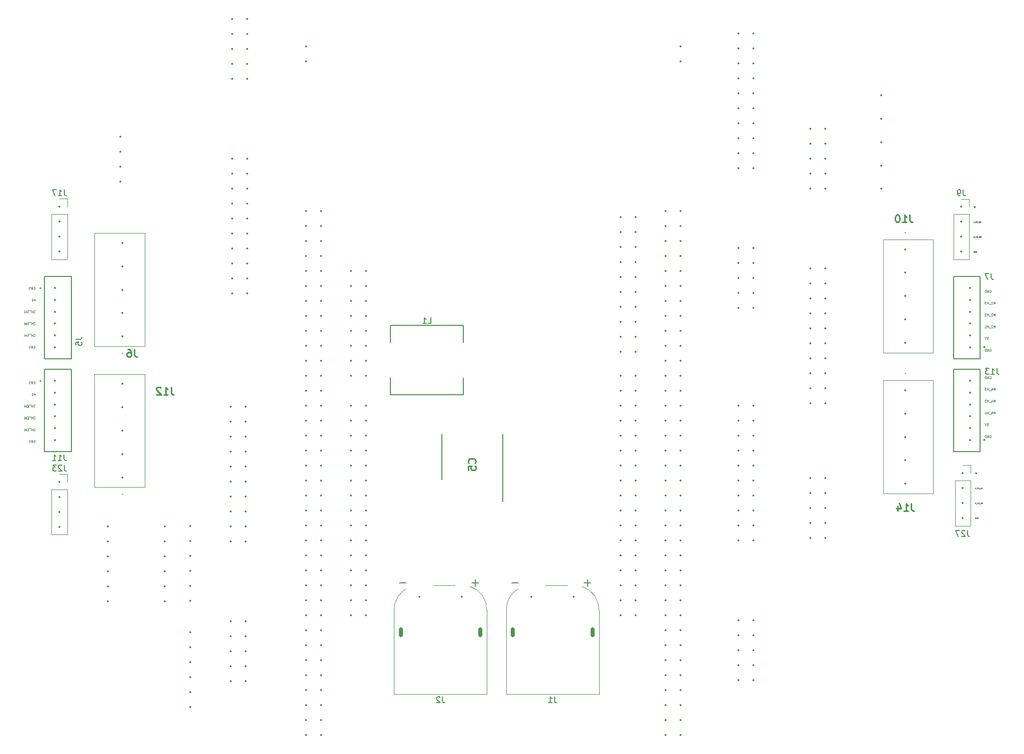
<source format=gbr>
%TF.GenerationSoftware,KiCad,Pcbnew,8.0.6*%
%TF.CreationDate,2024-11-11T21:37:20+01:00*%
%TF.ProjectId,Mainboard,4d61696e-626f-4617-9264-2e6b69636164,rev?*%
%TF.SameCoordinates,Original*%
%TF.FileFunction,Legend,Bot*%
%TF.FilePolarity,Positive*%
%FSLAX46Y46*%
G04 Gerber Fmt 4.6, Leading zero omitted, Abs format (unit mm)*
G04 Created by KiCad (PCBNEW 8.0.6) date 2024-11-11 21:37:20*
%MOMM*%
%LPD*%
G01*
G04 APERTURE LIST*
%ADD10C,0.100000*%
%ADD11C,0.050000*%
%ADD12C,0.254000*%
%ADD13C,0.150000*%
%ADD14C,0.200000*%
%ADD15C,0.127000*%
%ADD16C,0.120000*%
%ADD17C,0.350000*%
%ADD18O,0.600000X1.700000*%
G04 APERTURE END LIST*
D10*
X105411027Y-123054152D02*
X105411027Y-123454152D01*
X105411027Y-123454152D02*
X105544360Y-123168438D01*
X105544360Y-123168438D02*
X105677693Y-123454152D01*
X105677693Y-123454152D02*
X105677693Y-123054152D01*
X106077693Y-123054152D02*
X105849122Y-123054152D01*
X105963408Y-123054152D02*
X105963408Y-123454152D01*
X105963408Y-123454152D02*
X105925312Y-123397009D01*
X105925312Y-123397009D02*
X105887217Y-123358914D01*
X105887217Y-123358914D02*
X105849122Y-123339866D01*
X106153884Y-123016057D02*
X106458645Y-123016057D01*
X106553884Y-123054152D02*
X106553884Y-123454152D01*
X106553884Y-123263676D02*
X106782455Y-123263676D01*
X106782455Y-123054152D02*
X106782455Y-123454152D01*
X106934836Y-123454152D02*
X107182455Y-123454152D01*
X107182455Y-123454152D02*
X107049122Y-123301771D01*
X107049122Y-123301771D02*
X107106265Y-123301771D01*
X107106265Y-123301771D02*
X107144360Y-123282723D01*
X107144360Y-123282723D02*
X107163408Y-123263676D01*
X107163408Y-123263676D02*
X107182455Y-123225580D01*
X107182455Y-123225580D02*
X107182455Y-123130342D01*
X107182455Y-123130342D02*
X107163408Y-123092247D01*
X107163408Y-123092247D02*
X107144360Y-123073200D01*
X107144360Y-123073200D02*
X107106265Y-123054152D01*
X107106265Y-123054152D02*
X106991979Y-123054152D01*
X106991979Y-123054152D02*
X106953884Y-123073200D01*
X106953884Y-123073200D02*
X106934836Y-123092247D01*
X105411027Y-139054152D02*
X105411027Y-139454152D01*
X105411027Y-139454152D02*
X105544360Y-139168438D01*
X105544360Y-139168438D02*
X105677693Y-139454152D01*
X105677693Y-139454152D02*
X105677693Y-139054152D01*
X105830074Y-139454152D02*
X106077693Y-139454152D01*
X106077693Y-139454152D02*
X105944360Y-139301771D01*
X105944360Y-139301771D02*
X106001503Y-139301771D01*
X106001503Y-139301771D02*
X106039598Y-139282723D01*
X106039598Y-139282723D02*
X106058646Y-139263676D01*
X106058646Y-139263676D02*
X106077693Y-139225580D01*
X106077693Y-139225580D02*
X106077693Y-139130342D01*
X106077693Y-139130342D02*
X106058646Y-139092247D01*
X106058646Y-139092247D02*
X106039598Y-139073200D01*
X106039598Y-139073200D02*
X106001503Y-139054152D01*
X106001503Y-139054152D02*
X105887217Y-139054152D01*
X105887217Y-139054152D02*
X105849122Y-139073200D01*
X105849122Y-139073200D02*
X105830074Y-139092247D01*
X106153884Y-139016057D02*
X106458645Y-139016057D01*
X106553884Y-139054152D02*
X106553884Y-139454152D01*
X106553884Y-139263676D02*
X106782455Y-139263676D01*
X106782455Y-139054152D02*
X106782455Y-139454152D01*
X106934836Y-139454152D02*
X107182455Y-139454152D01*
X107182455Y-139454152D02*
X107049122Y-139301771D01*
X107049122Y-139301771D02*
X107106265Y-139301771D01*
X107106265Y-139301771D02*
X107144360Y-139282723D01*
X107144360Y-139282723D02*
X107163408Y-139263676D01*
X107163408Y-139263676D02*
X107182455Y-139225580D01*
X107182455Y-139225580D02*
X107182455Y-139130342D01*
X107182455Y-139130342D02*
X107163408Y-139092247D01*
X107163408Y-139092247D02*
X107144360Y-139073200D01*
X107144360Y-139073200D02*
X107106265Y-139054152D01*
X107106265Y-139054152D02*
X106991979Y-139054152D01*
X106991979Y-139054152D02*
X106953884Y-139073200D01*
X106953884Y-139073200D02*
X106934836Y-139092247D01*
X106820551Y-117454152D02*
X106630075Y-117454152D01*
X106630075Y-117454152D02*
X106611027Y-117263676D01*
X106611027Y-117263676D02*
X106630075Y-117282723D01*
X106630075Y-117282723D02*
X106668170Y-117301771D01*
X106668170Y-117301771D02*
X106763408Y-117301771D01*
X106763408Y-117301771D02*
X106801503Y-117282723D01*
X106801503Y-117282723D02*
X106820551Y-117263676D01*
X106820551Y-117263676D02*
X106839598Y-117225580D01*
X106839598Y-117225580D02*
X106839598Y-117130342D01*
X106839598Y-117130342D02*
X106820551Y-117092247D01*
X106820551Y-117092247D02*
X106801503Y-117073200D01*
X106801503Y-117073200D02*
X106763408Y-117054152D01*
X106763408Y-117054152D02*
X106668170Y-117054152D01*
X106668170Y-117054152D02*
X106630075Y-117073200D01*
X106630075Y-117073200D02*
X106611027Y-117092247D01*
X106953884Y-117454152D02*
X107087217Y-117054152D01*
X107087217Y-117054152D02*
X107220550Y-117454152D01*
D11*
X267544247Y-104108173D02*
X267544247Y-103908173D01*
X267544247Y-103908173D02*
X267477581Y-104051030D01*
X267477581Y-104051030D02*
X267410914Y-103908173D01*
X267410914Y-103908173D02*
X267410914Y-104108173D01*
X267325200Y-103927221D02*
X267315676Y-103917697D01*
X267315676Y-103917697D02*
X267296629Y-103908173D01*
X267296629Y-103908173D02*
X267249010Y-103908173D01*
X267249010Y-103908173D02*
X267229962Y-103917697D01*
X267229962Y-103917697D02*
X267220438Y-103927221D01*
X267220438Y-103927221D02*
X267210915Y-103946269D01*
X267210915Y-103946269D02*
X267210915Y-103965316D01*
X267210915Y-103965316D02*
X267220438Y-103993888D01*
X267220438Y-103993888D02*
X267334724Y-104108173D01*
X267334724Y-104108173D02*
X267210915Y-104108173D01*
X267172820Y-104127221D02*
X267020439Y-104127221D01*
X266858534Y-104089126D02*
X266868058Y-104098650D01*
X266868058Y-104098650D02*
X266896629Y-104108173D01*
X266896629Y-104108173D02*
X266915677Y-104108173D01*
X266915677Y-104108173D02*
X266944248Y-104098650D01*
X266944248Y-104098650D02*
X266963296Y-104079602D01*
X266963296Y-104079602D02*
X266972819Y-104060554D01*
X266972819Y-104060554D02*
X266982343Y-104022459D01*
X266982343Y-104022459D02*
X266982343Y-103993888D01*
X266982343Y-103993888D02*
X266972819Y-103955792D01*
X266972819Y-103955792D02*
X266963296Y-103936745D01*
X266963296Y-103936745D02*
X266944248Y-103917697D01*
X266944248Y-103917697D02*
X266915677Y-103908173D01*
X266915677Y-103908173D02*
X266896629Y-103908173D01*
X266896629Y-103908173D02*
X266868058Y-103917697D01*
X266868058Y-103917697D02*
X266858534Y-103927221D01*
X266772819Y-104108173D02*
X266772819Y-103908173D01*
X266772819Y-104003411D02*
X266658534Y-104003411D01*
X266658534Y-104108173D02*
X266658534Y-103908173D01*
X266610915Y-104127221D02*
X266458534Y-104127221D01*
X266420438Y-104051030D02*
X266325200Y-104051030D01*
X266439486Y-104108173D02*
X266372819Y-103908173D01*
X266372819Y-103908173D02*
X266306153Y-104108173D01*
D10*
X268592304Y-138186347D02*
X268782780Y-138186347D01*
X268782780Y-138186347D02*
X268801828Y-138376823D01*
X268801828Y-138376823D02*
X268782780Y-138357776D01*
X268782780Y-138357776D02*
X268744685Y-138338728D01*
X268744685Y-138338728D02*
X268649447Y-138338728D01*
X268649447Y-138338728D02*
X268611352Y-138357776D01*
X268611352Y-138357776D02*
X268592304Y-138376823D01*
X268592304Y-138376823D02*
X268573257Y-138414919D01*
X268573257Y-138414919D02*
X268573257Y-138510157D01*
X268573257Y-138510157D02*
X268592304Y-138548252D01*
X268592304Y-138548252D02*
X268611352Y-138567300D01*
X268611352Y-138567300D02*
X268649447Y-138586347D01*
X268649447Y-138586347D02*
X268744685Y-138586347D01*
X268744685Y-138586347D02*
X268782780Y-138567300D01*
X268782780Y-138567300D02*
X268801828Y-138548252D01*
X268458971Y-138186347D02*
X268325638Y-138586347D01*
X268325638Y-138586347D02*
X268192305Y-138186347D01*
X270001828Y-121945847D02*
X270001828Y-121545847D01*
X270001828Y-121545847D02*
X269868495Y-121831561D01*
X269868495Y-121831561D02*
X269735162Y-121545847D01*
X269735162Y-121545847D02*
X269735162Y-121945847D01*
X269563733Y-121583942D02*
X269544685Y-121564895D01*
X269544685Y-121564895D02*
X269506590Y-121545847D01*
X269506590Y-121545847D02*
X269411352Y-121545847D01*
X269411352Y-121545847D02*
X269373257Y-121564895D01*
X269373257Y-121564895D02*
X269354209Y-121583942D01*
X269354209Y-121583942D02*
X269335162Y-121622038D01*
X269335162Y-121622038D02*
X269335162Y-121660133D01*
X269335162Y-121660133D02*
X269354209Y-121717276D01*
X269354209Y-121717276D02*
X269582781Y-121945847D01*
X269582781Y-121945847D02*
X269335162Y-121945847D01*
X269258972Y-121983942D02*
X268954210Y-121983942D01*
X268858971Y-121945847D02*
X268858971Y-121545847D01*
X268858971Y-121736323D02*
X268630400Y-121736323D01*
X268630400Y-121945847D02*
X268630400Y-121545847D01*
X268230400Y-121945847D02*
X268458971Y-121945847D01*
X268344685Y-121945847D02*
X268344685Y-121545847D01*
X268344685Y-121545847D02*
X268382781Y-121602990D01*
X268382781Y-121602990D02*
X268420876Y-121641085D01*
X268420876Y-121641085D02*
X268458971Y-121660133D01*
D11*
X267794247Y-149288173D02*
X267794247Y-149088173D01*
X267794247Y-149088173D02*
X267727581Y-149231030D01*
X267727581Y-149231030D02*
X267660914Y-149088173D01*
X267660914Y-149088173D02*
X267660914Y-149288173D01*
X267479962Y-149154840D02*
X267479962Y-149288173D01*
X267527581Y-149078650D02*
X267575200Y-149221507D01*
X267575200Y-149221507D02*
X267451391Y-149221507D01*
X267422820Y-149307221D02*
X267270439Y-149307221D01*
X267108534Y-149269126D02*
X267118058Y-149278650D01*
X267118058Y-149278650D02*
X267146629Y-149288173D01*
X267146629Y-149288173D02*
X267165677Y-149288173D01*
X267165677Y-149288173D02*
X267194248Y-149278650D01*
X267194248Y-149278650D02*
X267213296Y-149259602D01*
X267213296Y-149259602D02*
X267222819Y-149240554D01*
X267222819Y-149240554D02*
X267232343Y-149202459D01*
X267232343Y-149202459D02*
X267232343Y-149173888D01*
X267232343Y-149173888D02*
X267222819Y-149135792D01*
X267222819Y-149135792D02*
X267213296Y-149116745D01*
X267213296Y-149116745D02*
X267194248Y-149097697D01*
X267194248Y-149097697D02*
X267165677Y-149088173D01*
X267165677Y-149088173D02*
X267146629Y-149088173D01*
X267146629Y-149088173D02*
X267118058Y-149097697D01*
X267118058Y-149097697D02*
X267108534Y-149107221D01*
X267022819Y-149288173D02*
X267022819Y-149088173D01*
X267022819Y-149183411D02*
X266908534Y-149183411D01*
X266908534Y-149288173D02*
X266908534Y-149088173D01*
X266860915Y-149307221D02*
X266708534Y-149307221D01*
X266670438Y-149231030D02*
X266575200Y-149231030D01*
X266689486Y-149288173D02*
X266622819Y-149088173D01*
X266622819Y-149088173D02*
X266556153Y-149288173D01*
D10*
X105411027Y-119054152D02*
X105411027Y-119454152D01*
X105411027Y-119454152D02*
X105544360Y-119168438D01*
X105544360Y-119168438D02*
X105677693Y-119454152D01*
X105677693Y-119454152D02*
X105677693Y-119054152D01*
X106077693Y-119054152D02*
X105849122Y-119054152D01*
X105963408Y-119054152D02*
X105963408Y-119454152D01*
X105963408Y-119454152D02*
X105925312Y-119397009D01*
X105925312Y-119397009D02*
X105887217Y-119358914D01*
X105887217Y-119358914D02*
X105849122Y-119339866D01*
X106153884Y-119016057D02*
X106458645Y-119016057D01*
X106553884Y-119054152D02*
X106553884Y-119454152D01*
X106553884Y-119263676D02*
X106782455Y-119263676D01*
X106782455Y-119054152D02*
X106782455Y-119454152D01*
X107182455Y-119054152D02*
X106953884Y-119054152D01*
X107068170Y-119054152D02*
X107068170Y-119454152D01*
X107068170Y-119454152D02*
X107030074Y-119397009D01*
X107030074Y-119397009D02*
X106991979Y-119358914D01*
X106991979Y-119358914D02*
X106953884Y-119339866D01*
X270001828Y-132586347D02*
X270001828Y-132186347D01*
X270001828Y-132186347D02*
X269868495Y-132472061D01*
X269868495Y-132472061D02*
X269735162Y-132186347D01*
X269735162Y-132186347D02*
X269735162Y-132586347D01*
X269373257Y-132319680D02*
X269373257Y-132586347D01*
X269468495Y-132167300D02*
X269563733Y-132453014D01*
X269563733Y-132453014D02*
X269316114Y-132453014D01*
X269258972Y-132624442D02*
X268954210Y-132624442D01*
X268858971Y-132586347D02*
X268858971Y-132186347D01*
X268858971Y-132376823D02*
X268630400Y-132376823D01*
X268630400Y-132586347D02*
X268630400Y-132186347D01*
X268478019Y-132186347D02*
X268230400Y-132186347D01*
X268230400Y-132186347D02*
X268363733Y-132338728D01*
X268363733Y-132338728D02*
X268306590Y-132338728D01*
X268306590Y-132338728D02*
X268268495Y-132357776D01*
X268268495Y-132357776D02*
X268249447Y-132376823D01*
X268249447Y-132376823D02*
X268230400Y-132414919D01*
X268230400Y-132414919D02*
X268230400Y-132510157D01*
X268230400Y-132510157D02*
X268249447Y-132548252D01*
X268249447Y-132548252D02*
X268268495Y-132567300D01*
X268268495Y-132567300D02*
X268306590Y-132586347D01*
X268306590Y-132586347D02*
X268420876Y-132586347D01*
X268420876Y-132586347D02*
X268458971Y-132567300D01*
X268458971Y-132567300D02*
X268478019Y-132548252D01*
X106344359Y-125435104D02*
X106306264Y-125454152D01*
X106306264Y-125454152D02*
X106249121Y-125454152D01*
X106249121Y-125454152D02*
X106191978Y-125435104D01*
X106191978Y-125435104D02*
X106153883Y-125397009D01*
X106153883Y-125397009D02*
X106134836Y-125358914D01*
X106134836Y-125358914D02*
X106115788Y-125282723D01*
X106115788Y-125282723D02*
X106115788Y-125225580D01*
X106115788Y-125225580D02*
X106134836Y-125149390D01*
X106134836Y-125149390D02*
X106153883Y-125111295D01*
X106153883Y-125111295D02*
X106191978Y-125073200D01*
X106191978Y-125073200D02*
X106249121Y-125054152D01*
X106249121Y-125054152D02*
X106287217Y-125054152D01*
X106287217Y-125054152D02*
X106344359Y-125073200D01*
X106344359Y-125073200D02*
X106363407Y-125092247D01*
X106363407Y-125092247D02*
X106363407Y-125225580D01*
X106363407Y-125225580D02*
X106287217Y-125225580D01*
X106534836Y-125054152D02*
X106534836Y-125454152D01*
X106534836Y-125454152D02*
X106763407Y-125054152D01*
X106763407Y-125054152D02*
X106763407Y-125454152D01*
X106953884Y-125054152D02*
X106953884Y-125454152D01*
X106953884Y-125454152D02*
X107049122Y-125454152D01*
X107049122Y-125454152D02*
X107106265Y-125435104D01*
X107106265Y-125435104D02*
X107144360Y-125397009D01*
X107144360Y-125397009D02*
X107163407Y-125358914D01*
X107163407Y-125358914D02*
X107182455Y-125282723D01*
X107182455Y-125282723D02*
X107182455Y-125225580D01*
X107182455Y-125225580D02*
X107163407Y-125149390D01*
X107163407Y-125149390D02*
X107144360Y-125111295D01*
X107144360Y-125111295D02*
X107106265Y-125073200D01*
X107106265Y-125073200D02*
X107049122Y-125054152D01*
X107049122Y-125054152D02*
X106953884Y-125054152D01*
X105411027Y-135054152D02*
X105411027Y-135454152D01*
X105411027Y-135454152D02*
X105544360Y-135168438D01*
X105544360Y-135168438D02*
X105677693Y-135454152D01*
X105677693Y-135454152D02*
X105677693Y-135054152D01*
X105830074Y-135454152D02*
X106077693Y-135454152D01*
X106077693Y-135454152D02*
X105944360Y-135301771D01*
X105944360Y-135301771D02*
X106001503Y-135301771D01*
X106001503Y-135301771D02*
X106039598Y-135282723D01*
X106039598Y-135282723D02*
X106058646Y-135263676D01*
X106058646Y-135263676D02*
X106077693Y-135225580D01*
X106077693Y-135225580D02*
X106077693Y-135130342D01*
X106077693Y-135130342D02*
X106058646Y-135092247D01*
X106058646Y-135092247D02*
X106039598Y-135073200D01*
X106039598Y-135073200D02*
X106001503Y-135054152D01*
X106001503Y-135054152D02*
X105887217Y-135054152D01*
X105887217Y-135054152D02*
X105849122Y-135073200D01*
X105849122Y-135073200D02*
X105830074Y-135092247D01*
X106153884Y-135016057D02*
X106458645Y-135016057D01*
X106553884Y-135054152D02*
X106553884Y-135454152D01*
X106553884Y-135263676D02*
X106782455Y-135263676D01*
X106782455Y-135054152D02*
X106782455Y-135454152D01*
X107182455Y-135054152D02*
X106953884Y-135054152D01*
X107068170Y-135054152D02*
X107068170Y-135454152D01*
X107068170Y-135454152D02*
X107030074Y-135397009D01*
X107030074Y-135397009D02*
X106991979Y-135358914D01*
X106991979Y-135358914D02*
X106953884Y-135339866D01*
D11*
X266744248Y-108997697D02*
X266763295Y-108988173D01*
X266763295Y-108988173D02*
X266791867Y-108988173D01*
X266791867Y-108988173D02*
X266820438Y-108997697D01*
X266820438Y-108997697D02*
X266839486Y-109016745D01*
X266839486Y-109016745D02*
X266849009Y-109035792D01*
X266849009Y-109035792D02*
X266858533Y-109073888D01*
X266858533Y-109073888D02*
X266858533Y-109102459D01*
X266858533Y-109102459D02*
X266849009Y-109140554D01*
X266849009Y-109140554D02*
X266839486Y-109159602D01*
X266839486Y-109159602D02*
X266820438Y-109178650D01*
X266820438Y-109178650D02*
X266791867Y-109188173D01*
X266791867Y-109188173D02*
X266772819Y-109188173D01*
X266772819Y-109188173D02*
X266744248Y-109178650D01*
X266744248Y-109178650D02*
X266734724Y-109169126D01*
X266734724Y-109169126D02*
X266734724Y-109102459D01*
X266734724Y-109102459D02*
X266772819Y-109102459D01*
X266649009Y-109188173D02*
X266649009Y-108988173D01*
X266649009Y-108988173D02*
X266534724Y-109188173D01*
X266534724Y-109188173D02*
X266534724Y-108988173D01*
X266439485Y-109188173D02*
X266439485Y-108988173D01*
X266439485Y-108988173D02*
X266391866Y-108988173D01*
X266391866Y-108988173D02*
X266363295Y-108997697D01*
X266363295Y-108997697D02*
X266344247Y-109016745D01*
X266344247Y-109016745D02*
X266334724Y-109035792D01*
X266334724Y-109035792D02*
X266325200Y-109073888D01*
X266325200Y-109073888D02*
X266325200Y-109102459D01*
X266325200Y-109102459D02*
X266334724Y-109140554D01*
X266334724Y-109140554D02*
X266344247Y-109159602D01*
X266344247Y-109159602D02*
X266363295Y-109178650D01*
X266363295Y-109178650D02*
X266391866Y-109188173D01*
X266391866Y-109188173D02*
X266439485Y-109188173D01*
X267822818Y-151828173D02*
X267822818Y-151628173D01*
X267822818Y-151628173D02*
X267756152Y-151771030D01*
X267756152Y-151771030D02*
X267689485Y-151628173D01*
X267689485Y-151628173D02*
X267689485Y-151828173D01*
X267508533Y-151694840D02*
X267508533Y-151828173D01*
X267556152Y-151618650D02*
X267603771Y-151761507D01*
X267603771Y-151761507D02*
X267479962Y-151761507D01*
X267451391Y-151847221D02*
X267299010Y-151847221D01*
X267137105Y-151809126D02*
X267146629Y-151818650D01*
X267146629Y-151818650D02*
X267175200Y-151828173D01*
X267175200Y-151828173D02*
X267194248Y-151828173D01*
X267194248Y-151828173D02*
X267222819Y-151818650D01*
X267222819Y-151818650D02*
X267241867Y-151799602D01*
X267241867Y-151799602D02*
X267251390Y-151780554D01*
X267251390Y-151780554D02*
X267260914Y-151742459D01*
X267260914Y-151742459D02*
X267260914Y-151713888D01*
X267260914Y-151713888D02*
X267251390Y-151675792D01*
X267251390Y-151675792D02*
X267241867Y-151656745D01*
X267241867Y-151656745D02*
X267222819Y-151637697D01*
X267222819Y-151637697D02*
X267194248Y-151628173D01*
X267194248Y-151628173D02*
X267175200Y-151628173D01*
X267175200Y-151628173D02*
X267146629Y-151637697D01*
X267146629Y-151637697D02*
X267137105Y-151647221D01*
X267051390Y-151828173D02*
X267051390Y-151628173D01*
X267051390Y-151723411D02*
X266937105Y-151723411D01*
X266937105Y-151828173D02*
X266937105Y-151628173D01*
X266889486Y-151847221D02*
X266737105Y-151847221D01*
X266622819Y-151723411D02*
X266594247Y-151732935D01*
X266594247Y-151732935D02*
X266584724Y-151742459D01*
X266584724Y-151742459D02*
X266575200Y-151761507D01*
X266575200Y-151761507D02*
X266575200Y-151790078D01*
X266575200Y-151790078D02*
X266584724Y-151809126D01*
X266584724Y-151809126D02*
X266594247Y-151818650D01*
X266594247Y-151818650D02*
X266613295Y-151828173D01*
X266613295Y-151828173D02*
X266689485Y-151828173D01*
X266689485Y-151828173D02*
X266689485Y-151628173D01*
X266689485Y-151628173D02*
X266622819Y-151628173D01*
X266622819Y-151628173D02*
X266603771Y-151637697D01*
X266603771Y-151637697D02*
X266594247Y-151647221D01*
X266594247Y-151647221D02*
X266584724Y-151666269D01*
X266584724Y-151666269D02*
X266584724Y-151685316D01*
X266584724Y-151685316D02*
X266594247Y-151704364D01*
X266594247Y-151704364D02*
X266603771Y-151713888D01*
X266603771Y-151713888D02*
X266622819Y-151723411D01*
X266622819Y-151723411D02*
X266689485Y-151723411D01*
X266994248Y-154177697D02*
X267013295Y-154168173D01*
X267013295Y-154168173D02*
X267041867Y-154168173D01*
X267041867Y-154168173D02*
X267070438Y-154177697D01*
X267070438Y-154177697D02*
X267089486Y-154196745D01*
X267089486Y-154196745D02*
X267099009Y-154215792D01*
X267099009Y-154215792D02*
X267108533Y-154253888D01*
X267108533Y-154253888D02*
X267108533Y-154282459D01*
X267108533Y-154282459D02*
X267099009Y-154320554D01*
X267099009Y-154320554D02*
X267089486Y-154339602D01*
X267089486Y-154339602D02*
X267070438Y-154358650D01*
X267070438Y-154358650D02*
X267041867Y-154368173D01*
X267041867Y-154368173D02*
X267022819Y-154368173D01*
X267022819Y-154368173D02*
X266994248Y-154358650D01*
X266994248Y-154358650D02*
X266984724Y-154349126D01*
X266984724Y-154349126D02*
X266984724Y-154282459D01*
X266984724Y-154282459D02*
X267022819Y-154282459D01*
X266899009Y-154368173D02*
X266899009Y-154168173D01*
X266899009Y-154168173D02*
X266784724Y-154368173D01*
X266784724Y-154368173D02*
X266784724Y-154168173D01*
X266689485Y-154368173D02*
X266689485Y-154168173D01*
X266689485Y-154168173D02*
X266641866Y-154168173D01*
X266641866Y-154168173D02*
X266613295Y-154177697D01*
X266613295Y-154177697D02*
X266594247Y-154196745D01*
X266594247Y-154196745D02*
X266584724Y-154215792D01*
X266584724Y-154215792D02*
X266575200Y-154253888D01*
X266575200Y-154253888D02*
X266575200Y-154282459D01*
X266575200Y-154282459D02*
X266584724Y-154320554D01*
X266584724Y-154320554D02*
X266594247Y-154339602D01*
X266594247Y-154339602D02*
X266613295Y-154358650D01*
X266613295Y-154358650D02*
X266641866Y-154368173D01*
X266641866Y-154368173D02*
X266689485Y-154368173D01*
X266506152Y-101368173D02*
X266601390Y-101368173D01*
X266601390Y-101368173D02*
X266610914Y-101463411D01*
X266610914Y-101463411D02*
X266601390Y-101453888D01*
X266601390Y-101453888D02*
X266582343Y-101444364D01*
X266582343Y-101444364D02*
X266534724Y-101444364D01*
X266534724Y-101444364D02*
X266515676Y-101453888D01*
X266515676Y-101453888D02*
X266506152Y-101463411D01*
X266506152Y-101463411D02*
X266496629Y-101482459D01*
X266496629Y-101482459D02*
X266496629Y-101530078D01*
X266496629Y-101530078D02*
X266506152Y-101549126D01*
X266506152Y-101549126D02*
X266515676Y-101558650D01*
X266515676Y-101558650D02*
X266534724Y-101568173D01*
X266534724Y-101568173D02*
X266582343Y-101568173D01*
X266582343Y-101568173D02*
X266601390Y-101558650D01*
X266601390Y-101558650D02*
X266610914Y-101549126D01*
X266439486Y-101368173D02*
X266372819Y-101568173D01*
X266372819Y-101568173D02*
X266306153Y-101368173D01*
D10*
X269068496Y-125564895D02*
X269106591Y-125545847D01*
X269106591Y-125545847D02*
X269163734Y-125545847D01*
X269163734Y-125545847D02*
X269220877Y-125564895D01*
X269220877Y-125564895D02*
X269258972Y-125602990D01*
X269258972Y-125602990D02*
X269278019Y-125641085D01*
X269278019Y-125641085D02*
X269297067Y-125717276D01*
X269297067Y-125717276D02*
X269297067Y-125774419D01*
X269297067Y-125774419D02*
X269278019Y-125850609D01*
X269278019Y-125850609D02*
X269258972Y-125888704D01*
X269258972Y-125888704D02*
X269220877Y-125926800D01*
X269220877Y-125926800D02*
X269163734Y-125945847D01*
X269163734Y-125945847D02*
X269125638Y-125945847D01*
X269125638Y-125945847D02*
X269068496Y-125926800D01*
X269068496Y-125926800D02*
X269049448Y-125907752D01*
X269049448Y-125907752D02*
X269049448Y-125774419D01*
X269049448Y-125774419D02*
X269125638Y-125774419D01*
X268878019Y-125945847D02*
X268878019Y-125545847D01*
X268878019Y-125545847D02*
X268649448Y-125945847D01*
X268649448Y-125945847D02*
X268649448Y-125545847D01*
X268458971Y-125945847D02*
X268458971Y-125545847D01*
X268458971Y-125545847D02*
X268363733Y-125545847D01*
X268363733Y-125545847D02*
X268306590Y-125564895D01*
X268306590Y-125564895D02*
X268268495Y-125602990D01*
X268268495Y-125602990D02*
X268249448Y-125641085D01*
X268249448Y-125641085D02*
X268230400Y-125717276D01*
X268230400Y-125717276D02*
X268230400Y-125774419D01*
X268230400Y-125774419D02*
X268249448Y-125850609D01*
X268249448Y-125850609D02*
X268268495Y-125888704D01*
X268268495Y-125888704D02*
X268306590Y-125926800D01*
X268306590Y-125926800D02*
X268363733Y-125945847D01*
X268363733Y-125945847D02*
X268458971Y-125945847D01*
X268592304Y-123545847D02*
X268782780Y-123545847D01*
X268782780Y-123545847D02*
X268801828Y-123736323D01*
X268801828Y-123736323D02*
X268782780Y-123717276D01*
X268782780Y-123717276D02*
X268744685Y-123698228D01*
X268744685Y-123698228D02*
X268649447Y-123698228D01*
X268649447Y-123698228D02*
X268611352Y-123717276D01*
X268611352Y-123717276D02*
X268592304Y-123736323D01*
X268592304Y-123736323D02*
X268573257Y-123774419D01*
X268573257Y-123774419D02*
X268573257Y-123869657D01*
X268573257Y-123869657D02*
X268592304Y-123907752D01*
X268592304Y-123907752D02*
X268611352Y-123926800D01*
X268611352Y-123926800D02*
X268649447Y-123945847D01*
X268649447Y-123945847D02*
X268744685Y-123945847D01*
X268744685Y-123945847D02*
X268782780Y-123926800D01*
X268782780Y-123926800D02*
X268801828Y-123907752D01*
X268458971Y-123545847D02*
X268325638Y-123945847D01*
X268325638Y-123945847D02*
X268192305Y-123545847D01*
X269068496Y-115564895D02*
X269106591Y-115545847D01*
X269106591Y-115545847D02*
X269163734Y-115545847D01*
X269163734Y-115545847D02*
X269220877Y-115564895D01*
X269220877Y-115564895D02*
X269258972Y-115602990D01*
X269258972Y-115602990D02*
X269278019Y-115641085D01*
X269278019Y-115641085D02*
X269297067Y-115717276D01*
X269297067Y-115717276D02*
X269297067Y-115774419D01*
X269297067Y-115774419D02*
X269278019Y-115850609D01*
X269278019Y-115850609D02*
X269258972Y-115888704D01*
X269258972Y-115888704D02*
X269220877Y-115926800D01*
X269220877Y-115926800D02*
X269163734Y-115945847D01*
X269163734Y-115945847D02*
X269125638Y-115945847D01*
X269125638Y-115945847D02*
X269068496Y-115926800D01*
X269068496Y-115926800D02*
X269049448Y-115907752D01*
X269049448Y-115907752D02*
X269049448Y-115774419D01*
X269049448Y-115774419D02*
X269125638Y-115774419D01*
X268878019Y-115945847D02*
X268878019Y-115545847D01*
X268878019Y-115545847D02*
X268649448Y-115945847D01*
X268649448Y-115945847D02*
X268649448Y-115545847D01*
X268458971Y-115945847D02*
X268458971Y-115545847D01*
X268458971Y-115545847D02*
X268363733Y-115545847D01*
X268363733Y-115545847D02*
X268306590Y-115564895D01*
X268306590Y-115564895D02*
X268268495Y-115602990D01*
X268268495Y-115602990D02*
X268249448Y-115641085D01*
X268249448Y-115641085D02*
X268230400Y-115717276D01*
X268230400Y-115717276D02*
X268230400Y-115774419D01*
X268230400Y-115774419D02*
X268249448Y-115850609D01*
X268249448Y-115850609D02*
X268268495Y-115888704D01*
X268268495Y-115888704D02*
X268306590Y-115926800D01*
X268306590Y-115926800D02*
X268363733Y-115945847D01*
X268363733Y-115945847D02*
X268458971Y-115945847D01*
X106344359Y-141435104D02*
X106306264Y-141454152D01*
X106306264Y-141454152D02*
X106249121Y-141454152D01*
X106249121Y-141454152D02*
X106191978Y-141435104D01*
X106191978Y-141435104D02*
X106153883Y-141397009D01*
X106153883Y-141397009D02*
X106134836Y-141358914D01*
X106134836Y-141358914D02*
X106115788Y-141282723D01*
X106115788Y-141282723D02*
X106115788Y-141225580D01*
X106115788Y-141225580D02*
X106134836Y-141149390D01*
X106134836Y-141149390D02*
X106153883Y-141111295D01*
X106153883Y-141111295D02*
X106191978Y-141073200D01*
X106191978Y-141073200D02*
X106249121Y-141054152D01*
X106249121Y-141054152D02*
X106287217Y-141054152D01*
X106287217Y-141054152D02*
X106344359Y-141073200D01*
X106344359Y-141073200D02*
X106363407Y-141092247D01*
X106363407Y-141092247D02*
X106363407Y-141225580D01*
X106363407Y-141225580D02*
X106287217Y-141225580D01*
X106534836Y-141054152D02*
X106534836Y-141454152D01*
X106534836Y-141454152D02*
X106763407Y-141054152D01*
X106763407Y-141054152D02*
X106763407Y-141454152D01*
X106953884Y-141054152D02*
X106953884Y-141454152D01*
X106953884Y-141454152D02*
X107049122Y-141454152D01*
X107049122Y-141454152D02*
X107106265Y-141435104D01*
X107106265Y-141435104D02*
X107144360Y-141397009D01*
X107144360Y-141397009D02*
X107163407Y-141358914D01*
X107163407Y-141358914D02*
X107182455Y-141282723D01*
X107182455Y-141282723D02*
X107182455Y-141225580D01*
X107182455Y-141225580D02*
X107163407Y-141149390D01*
X107163407Y-141149390D02*
X107144360Y-141111295D01*
X107144360Y-141111295D02*
X107106265Y-141073200D01*
X107106265Y-141073200D02*
X107049122Y-141054152D01*
X107049122Y-141054152D02*
X106953884Y-141054152D01*
X105411027Y-137054152D02*
X105411027Y-137454152D01*
X105411027Y-137454152D02*
X105544360Y-137168438D01*
X105544360Y-137168438D02*
X105677693Y-137454152D01*
X105677693Y-137454152D02*
X105677693Y-137054152D01*
X105830074Y-137454152D02*
X106077693Y-137454152D01*
X106077693Y-137454152D02*
X105944360Y-137301771D01*
X105944360Y-137301771D02*
X106001503Y-137301771D01*
X106001503Y-137301771D02*
X106039598Y-137282723D01*
X106039598Y-137282723D02*
X106058646Y-137263676D01*
X106058646Y-137263676D02*
X106077693Y-137225580D01*
X106077693Y-137225580D02*
X106077693Y-137130342D01*
X106077693Y-137130342D02*
X106058646Y-137092247D01*
X106058646Y-137092247D02*
X106039598Y-137073200D01*
X106039598Y-137073200D02*
X106001503Y-137054152D01*
X106001503Y-137054152D02*
X105887217Y-137054152D01*
X105887217Y-137054152D02*
X105849122Y-137073200D01*
X105849122Y-137073200D02*
X105830074Y-137092247D01*
X106153884Y-137016057D02*
X106458645Y-137016057D01*
X106553884Y-137054152D02*
X106553884Y-137454152D01*
X106553884Y-137263676D02*
X106782455Y-137263676D01*
X106782455Y-137054152D02*
X106782455Y-137454152D01*
X106953884Y-137416057D02*
X106972932Y-137435104D01*
X106972932Y-137435104D02*
X107011027Y-137454152D01*
X107011027Y-137454152D02*
X107106265Y-137454152D01*
X107106265Y-137454152D02*
X107144360Y-137435104D01*
X107144360Y-137435104D02*
X107163408Y-137416057D01*
X107163408Y-137416057D02*
X107182455Y-137377961D01*
X107182455Y-137377961D02*
X107182455Y-137339866D01*
X107182455Y-137339866D02*
X107163408Y-137282723D01*
X107163408Y-137282723D02*
X106934836Y-137054152D01*
X106934836Y-137054152D02*
X107182455Y-137054152D01*
X106344359Y-131435104D02*
X106306264Y-131454152D01*
X106306264Y-131454152D02*
X106249121Y-131454152D01*
X106249121Y-131454152D02*
X106191978Y-131435104D01*
X106191978Y-131435104D02*
X106153883Y-131397009D01*
X106153883Y-131397009D02*
X106134836Y-131358914D01*
X106134836Y-131358914D02*
X106115788Y-131282723D01*
X106115788Y-131282723D02*
X106115788Y-131225580D01*
X106115788Y-131225580D02*
X106134836Y-131149390D01*
X106134836Y-131149390D02*
X106153883Y-131111295D01*
X106153883Y-131111295D02*
X106191978Y-131073200D01*
X106191978Y-131073200D02*
X106249121Y-131054152D01*
X106249121Y-131054152D02*
X106287217Y-131054152D01*
X106287217Y-131054152D02*
X106344359Y-131073200D01*
X106344359Y-131073200D02*
X106363407Y-131092247D01*
X106363407Y-131092247D02*
X106363407Y-131225580D01*
X106363407Y-131225580D02*
X106287217Y-131225580D01*
X106534836Y-131054152D02*
X106534836Y-131454152D01*
X106534836Y-131454152D02*
X106763407Y-131054152D01*
X106763407Y-131054152D02*
X106763407Y-131454152D01*
X106953884Y-131054152D02*
X106953884Y-131454152D01*
X106953884Y-131454152D02*
X107049122Y-131454152D01*
X107049122Y-131454152D02*
X107106265Y-131435104D01*
X107106265Y-131435104D02*
X107144360Y-131397009D01*
X107144360Y-131397009D02*
X107163407Y-131358914D01*
X107163407Y-131358914D02*
X107182455Y-131282723D01*
X107182455Y-131282723D02*
X107182455Y-131225580D01*
X107182455Y-131225580D02*
X107163407Y-131149390D01*
X107163407Y-131149390D02*
X107144360Y-131111295D01*
X107144360Y-131111295D02*
X107106265Y-131073200D01*
X107106265Y-131073200D02*
X107049122Y-131054152D01*
X107049122Y-131054152D02*
X106953884Y-131054152D01*
X269068496Y-130205395D02*
X269106591Y-130186347D01*
X269106591Y-130186347D02*
X269163734Y-130186347D01*
X269163734Y-130186347D02*
X269220877Y-130205395D01*
X269220877Y-130205395D02*
X269258972Y-130243490D01*
X269258972Y-130243490D02*
X269278019Y-130281585D01*
X269278019Y-130281585D02*
X269297067Y-130357776D01*
X269297067Y-130357776D02*
X269297067Y-130414919D01*
X269297067Y-130414919D02*
X269278019Y-130491109D01*
X269278019Y-130491109D02*
X269258972Y-130529204D01*
X269258972Y-130529204D02*
X269220877Y-130567300D01*
X269220877Y-130567300D02*
X269163734Y-130586347D01*
X269163734Y-130586347D02*
X269125638Y-130586347D01*
X269125638Y-130586347D02*
X269068496Y-130567300D01*
X269068496Y-130567300D02*
X269049448Y-130548252D01*
X269049448Y-130548252D02*
X269049448Y-130414919D01*
X269049448Y-130414919D02*
X269125638Y-130414919D01*
X268878019Y-130586347D02*
X268878019Y-130186347D01*
X268878019Y-130186347D02*
X268649448Y-130586347D01*
X268649448Y-130586347D02*
X268649448Y-130186347D01*
X268458971Y-130586347D02*
X268458971Y-130186347D01*
X268458971Y-130186347D02*
X268363733Y-130186347D01*
X268363733Y-130186347D02*
X268306590Y-130205395D01*
X268306590Y-130205395D02*
X268268495Y-130243490D01*
X268268495Y-130243490D02*
X268249448Y-130281585D01*
X268249448Y-130281585D02*
X268230400Y-130357776D01*
X268230400Y-130357776D02*
X268230400Y-130414919D01*
X268230400Y-130414919D02*
X268249448Y-130491109D01*
X268249448Y-130491109D02*
X268268495Y-130529204D01*
X268268495Y-130529204D02*
X268306590Y-130567300D01*
X268306590Y-130567300D02*
X268363733Y-130586347D01*
X268363733Y-130586347D02*
X268458971Y-130586347D01*
X270001828Y-134586347D02*
X270001828Y-134186347D01*
X270001828Y-134186347D02*
X269868495Y-134472061D01*
X269868495Y-134472061D02*
X269735162Y-134186347D01*
X269735162Y-134186347D02*
X269735162Y-134586347D01*
X269373257Y-134319680D02*
X269373257Y-134586347D01*
X269468495Y-134167300D02*
X269563733Y-134453014D01*
X269563733Y-134453014D02*
X269316114Y-134453014D01*
X269258972Y-134624442D02*
X268954210Y-134624442D01*
X268858971Y-134586347D02*
X268858971Y-134186347D01*
X268858971Y-134376823D02*
X268630400Y-134376823D01*
X268630400Y-134586347D02*
X268630400Y-134186347D01*
X268458971Y-134224442D02*
X268439923Y-134205395D01*
X268439923Y-134205395D02*
X268401828Y-134186347D01*
X268401828Y-134186347D02*
X268306590Y-134186347D01*
X268306590Y-134186347D02*
X268268495Y-134205395D01*
X268268495Y-134205395D02*
X268249447Y-134224442D01*
X268249447Y-134224442D02*
X268230400Y-134262538D01*
X268230400Y-134262538D02*
X268230400Y-134300633D01*
X268230400Y-134300633D02*
X268249447Y-134357776D01*
X268249447Y-134357776D02*
X268478019Y-134586347D01*
X268478019Y-134586347D02*
X268230400Y-134586347D01*
D11*
X266756152Y-146548173D02*
X266851390Y-146548173D01*
X266851390Y-146548173D02*
X266860914Y-146643411D01*
X266860914Y-146643411D02*
X266851390Y-146633888D01*
X266851390Y-146633888D02*
X266832343Y-146624364D01*
X266832343Y-146624364D02*
X266784724Y-146624364D01*
X266784724Y-146624364D02*
X266765676Y-146633888D01*
X266765676Y-146633888D02*
X266756152Y-146643411D01*
X266756152Y-146643411D02*
X266746629Y-146662459D01*
X266746629Y-146662459D02*
X266746629Y-146710078D01*
X266746629Y-146710078D02*
X266756152Y-146729126D01*
X266756152Y-146729126D02*
X266765676Y-146738650D01*
X266765676Y-146738650D02*
X266784724Y-146748173D01*
X266784724Y-146748173D02*
X266832343Y-146748173D01*
X266832343Y-146748173D02*
X266851390Y-146738650D01*
X266851390Y-146738650D02*
X266860914Y-146729126D01*
X266689486Y-146548173D02*
X266622819Y-146748173D01*
X266622819Y-146748173D02*
X266556153Y-146548173D01*
D10*
X106344359Y-115435104D02*
X106306264Y-115454152D01*
X106306264Y-115454152D02*
X106249121Y-115454152D01*
X106249121Y-115454152D02*
X106191978Y-115435104D01*
X106191978Y-115435104D02*
X106153883Y-115397009D01*
X106153883Y-115397009D02*
X106134836Y-115358914D01*
X106134836Y-115358914D02*
X106115788Y-115282723D01*
X106115788Y-115282723D02*
X106115788Y-115225580D01*
X106115788Y-115225580D02*
X106134836Y-115149390D01*
X106134836Y-115149390D02*
X106153883Y-115111295D01*
X106153883Y-115111295D02*
X106191978Y-115073200D01*
X106191978Y-115073200D02*
X106249121Y-115054152D01*
X106249121Y-115054152D02*
X106287217Y-115054152D01*
X106287217Y-115054152D02*
X106344359Y-115073200D01*
X106344359Y-115073200D02*
X106363407Y-115092247D01*
X106363407Y-115092247D02*
X106363407Y-115225580D01*
X106363407Y-115225580D02*
X106287217Y-115225580D01*
X106534836Y-115054152D02*
X106534836Y-115454152D01*
X106534836Y-115454152D02*
X106763407Y-115054152D01*
X106763407Y-115054152D02*
X106763407Y-115454152D01*
X106953884Y-115054152D02*
X106953884Y-115454152D01*
X106953884Y-115454152D02*
X107049122Y-115454152D01*
X107049122Y-115454152D02*
X107106265Y-115435104D01*
X107106265Y-115435104D02*
X107144360Y-115397009D01*
X107144360Y-115397009D02*
X107163407Y-115358914D01*
X107163407Y-115358914D02*
X107182455Y-115282723D01*
X107182455Y-115282723D02*
X107182455Y-115225580D01*
X107182455Y-115225580D02*
X107163407Y-115149390D01*
X107163407Y-115149390D02*
X107144360Y-115111295D01*
X107144360Y-115111295D02*
X107106265Y-115073200D01*
X107106265Y-115073200D02*
X107049122Y-115054152D01*
X107049122Y-115054152D02*
X106953884Y-115054152D01*
X269068496Y-140205395D02*
X269106591Y-140186347D01*
X269106591Y-140186347D02*
X269163734Y-140186347D01*
X269163734Y-140186347D02*
X269220877Y-140205395D01*
X269220877Y-140205395D02*
X269258972Y-140243490D01*
X269258972Y-140243490D02*
X269278019Y-140281585D01*
X269278019Y-140281585D02*
X269297067Y-140357776D01*
X269297067Y-140357776D02*
X269297067Y-140414919D01*
X269297067Y-140414919D02*
X269278019Y-140491109D01*
X269278019Y-140491109D02*
X269258972Y-140529204D01*
X269258972Y-140529204D02*
X269220877Y-140567300D01*
X269220877Y-140567300D02*
X269163734Y-140586347D01*
X269163734Y-140586347D02*
X269125638Y-140586347D01*
X269125638Y-140586347D02*
X269068496Y-140567300D01*
X269068496Y-140567300D02*
X269049448Y-140548252D01*
X269049448Y-140548252D02*
X269049448Y-140414919D01*
X269049448Y-140414919D02*
X269125638Y-140414919D01*
X268878019Y-140586347D02*
X268878019Y-140186347D01*
X268878019Y-140186347D02*
X268649448Y-140586347D01*
X268649448Y-140586347D02*
X268649448Y-140186347D01*
X268458971Y-140586347D02*
X268458971Y-140186347D01*
X268458971Y-140186347D02*
X268363733Y-140186347D01*
X268363733Y-140186347D02*
X268306590Y-140205395D01*
X268306590Y-140205395D02*
X268268495Y-140243490D01*
X268268495Y-140243490D02*
X268249448Y-140281585D01*
X268249448Y-140281585D02*
X268230400Y-140357776D01*
X268230400Y-140357776D02*
X268230400Y-140414919D01*
X268230400Y-140414919D02*
X268249448Y-140491109D01*
X268249448Y-140491109D02*
X268268495Y-140529204D01*
X268268495Y-140529204D02*
X268306590Y-140567300D01*
X268306590Y-140567300D02*
X268363733Y-140586347D01*
X268363733Y-140586347D02*
X268458971Y-140586347D01*
X270001828Y-136586347D02*
X270001828Y-136186347D01*
X270001828Y-136186347D02*
X269868495Y-136472061D01*
X269868495Y-136472061D02*
X269735162Y-136186347D01*
X269735162Y-136186347D02*
X269735162Y-136586347D01*
X269373257Y-136319680D02*
X269373257Y-136586347D01*
X269468495Y-136167300D02*
X269563733Y-136453014D01*
X269563733Y-136453014D02*
X269316114Y-136453014D01*
X269258972Y-136624442D02*
X268954210Y-136624442D01*
X268858971Y-136586347D02*
X268858971Y-136186347D01*
X268858971Y-136376823D02*
X268630400Y-136376823D01*
X268630400Y-136586347D02*
X268630400Y-136186347D01*
X268230400Y-136586347D02*
X268458971Y-136586347D01*
X268344685Y-136586347D02*
X268344685Y-136186347D01*
X268344685Y-136186347D02*
X268382781Y-136243490D01*
X268382781Y-136243490D02*
X268420876Y-136281585D01*
X268420876Y-136281585D02*
X268458971Y-136300633D01*
X270001828Y-119945847D02*
X270001828Y-119545847D01*
X270001828Y-119545847D02*
X269868495Y-119831561D01*
X269868495Y-119831561D02*
X269735162Y-119545847D01*
X269735162Y-119545847D02*
X269735162Y-119945847D01*
X269563733Y-119583942D02*
X269544685Y-119564895D01*
X269544685Y-119564895D02*
X269506590Y-119545847D01*
X269506590Y-119545847D02*
X269411352Y-119545847D01*
X269411352Y-119545847D02*
X269373257Y-119564895D01*
X269373257Y-119564895D02*
X269354209Y-119583942D01*
X269354209Y-119583942D02*
X269335162Y-119622038D01*
X269335162Y-119622038D02*
X269335162Y-119660133D01*
X269335162Y-119660133D02*
X269354209Y-119717276D01*
X269354209Y-119717276D02*
X269582781Y-119945847D01*
X269582781Y-119945847D02*
X269335162Y-119945847D01*
X269258972Y-119983942D02*
X268954210Y-119983942D01*
X268858971Y-119945847D02*
X268858971Y-119545847D01*
X268858971Y-119736323D02*
X268630400Y-119736323D01*
X268630400Y-119945847D02*
X268630400Y-119545847D01*
X268458971Y-119583942D02*
X268439923Y-119564895D01*
X268439923Y-119564895D02*
X268401828Y-119545847D01*
X268401828Y-119545847D02*
X268306590Y-119545847D01*
X268306590Y-119545847D02*
X268268495Y-119564895D01*
X268268495Y-119564895D02*
X268249447Y-119583942D01*
X268249447Y-119583942D02*
X268230400Y-119622038D01*
X268230400Y-119622038D02*
X268230400Y-119660133D01*
X268230400Y-119660133D02*
X268249447Y-119717276D01*
X268249447Y-119717276D02*
X268478019Y-119945847D01*
X268478019Y-119945847D02*
X268230400Y-119945847D01*
X105411027Y-121054152D02*
X105411027Y-121454152D01*
X105411027Y-121454152D02*
X105544360Y-121168438D01*
X105544360Y-121168438D02*
X105677693Y-121454152D01*
X105677693Y-121454152D02*
X105677693Y-121054152D01*
X106077693Y-121054152D02*
X105849122Y-121054152D01*
X105963408Y-121054152D02*
X105963408Y-121454152D01*
X105963408Y-121454152D02*
X105925312Y-121397009D01*
X105925312Y-121397009D02*
X105887217Y-121358914D01*
X105887217Y-121358914D02*
X105849122Y-121339866D01*
X106153884Y-121016057D02*
X106458645Y-121016057D01*
X106553884Y-121054152D02*
X106553884Y-121454152D01*
X106553884Y-121263676D02*
X106782455Y-121263676D01*
X106782455Y-121054152D02*
X106782455Y-121454152D01*
X106953884Y-121416057D02*
X106972932Y-121435104D01*
X106972932Y-121435104D02*
X107011027Y-121454152D01*
X107011027Y-121454152D02*
X107106265Y-121454152D01*
X107106265Y-121454152D02*
X107144360Y-121435104D01*
X107144360Y-121435104D02*
X107163408Y-121416057D01*
X107163408Y-121416057D02*
X107182455Y-121377961D01*
X107182455Y-121377961D02*
X107182455Y-121339866D01*
X107182455Y-121339866D02*
X107163408Y-121282723D01*
X107163408Y-121282723D02*
X106934836Y-121054152D01*
X106934836Y-121054152D02*
X107182455Y-121054152D01*
D11*
X267572818Y-106648173D02*
X267572818Y-106448173D01*
X267572818Y-106448173D02*
X267506152Y-106591030D01*
X267506152Y-106591030D02*
X267439485Y-106448173D01*
X267439485Y-106448173D02*
X267439485Y-106648173D01*
X267353771Y-106467221D02*
X267344247Y-106457697D01*
X267344247Y-106457697D02*
X267325200Y-106448173D01*
X267325200Y-106448173D02*
X267277581Y-106448173D01*
X267277581Y-106448173D02*
X267258533Y-106457697D01*
X267258533Y-106457697D02*
X267249009Y-106467221D01*
X267249009Y-106467221D02*
X267239486Y-106486269D01*
X267239486Y-106486269D02*
X267239486Y-106505316D01*
X267239486Y-106505316D02*
X267249009Y-106533888D01*
X267249009Y-106533888D02*
X267363295Y-106648173D01*
X267363295Y-106648173D02*
X267239486Y-106648173D01*
X267201391Y-106667221D02*
X267049010Y-106667221D01*
X266887105Y-106629126D02*
X266896629Y-106638650D01*
X266896629Y-106638650D02*
X266925200Y-106648173D01*
X266925200Y-106648173D02*
X266944248Y-106648173D01*
X266944248Y-106648173D02*
X266972819Y-106638650D01*
X266972819Y-106638650D02*
X266991867Y-106619602D01*
X266991867Y-106619602D02*
X267001390Y-106600554D01*
X267001390Y-106600554D02*
X267010914Y-106562459D01*
X267010914Y-106562459D02*
X267010914Y-106533888D01*
X267010914Y-106533888D02*
X267001390Y-106495792D01*
X267001390Y-106495792D02*
X266991867Y-106476745D01*
X266991867Y-106476745D02*
X266972819Y-106457697D01*
X266972819Y-106457697D02*
X266944248Y-106448173D01*
X266944248Y-106448173D02*
X266925200Y-106448173D01*
X266925200Y-106448173D02*
X266896629Y-106457697D01*
X266896629Y-106457697D02*
X266887105Y-106467221D01*
X266801390Y-106648173D02*
X266801390Y-106448173D01*
X266801390Y-106543411D02*
X266687105Y-106543411D01*
X266687105Y-106648173D02*
X266687105Y-106448173D01*
X266639486Y-106667221D02*
X266487105Y-106667221D01*
X266372819Y-106543411D02*
X266344247Y-106552935D01*
X266344247Y-106552935D02*
X266334724Y-106562459D01*
X266334724Y-106562459D02*
X266325200Y-106581507D01*
X266325200Y-106581507D02*
X266325200Y-106610078D01*
X266325200Y-106610078D02*
X266334724Y-106629126D01*
X266334724Y-106629126D02*
X266344247Y-106638650D01*
X266344247Y-106638650D02*
X266363295Y-106648173D01*
X266363295Y-106648173D02*
X266439485Y-106648173D01*
X266439485Y-106648173D02*
X266439485Y-106448173D01*
X266439485Y-106448173D02*
X266372819Y-106448173D01*
X266372819Y-106448173D02*
X266353771Y-106457697D01*
X266353771Y-106457697D02*
X266344247Y-106467221D01*
X266344247Y-106467221D02*
X266334724Y-106486269D01*
X266334724Y-106486269D02*
X266334724Y-106505316D01*
X266334724Y-106505316D02*
X266344247Y-106524364D01*
X266344247Y-106524364D02*
X266353771Y-106533888D01*
X266353771Y-106533888D02*
X266372819Y-106543411D01*
X266372819Y-106543411D02*
X266439485Y-106543411D01*
D10*
X106820551Y-133454152D02*
X106630075Y-133454152D01*
X106630075Y-133454152D02*
X106611027Y-133263676D01*
X106611027Y-133263676D02*
X106630075Y-133282723D01*
X106630075Y-133282723D02*
X106668170Y-133301771D01*
X106668170Y-133301771D02*
X106763408Y-133301771D01*
X106763408Y-133301771D02*
X106801503Y-133282723D01*
X106801503Y-133282723D02*
X106820551Y-133263676D01*
X106820551Y-133263676D02*
X106839598Y-133225580D01*
X106839598Y-133225580D02*
X106839598Y-133130342D01*
X106839598Y-133130342D02*
X106820551Y-133092247D01*
X106820551Y-133092247D02*
X106801503Y-133073200D01*
X106801503Y-133073200D02*
X106763408Y-133054152D01*
X106763408Y-133054152D02*
X106668170Y-133054152D01*
X106668170Y-133054152D02*
X106630075Y-133073200D01*
X106630075Y-133073200D02*
X106611027Y-133092247D01*
X106953884Y-133454152D02*
X107087217Y-133054152D01*
X107087217Y-133054152D02*
X107220550Y-133454152D01*
X270001828Y-117945847D02*
X270001828Y-117545847D01*
X270001828Y-117545847D02*
X269868495Y-117831561D01*
X269868495Y-117831561D02*
X269735162Y-117545847D01*
X269735162Y-117545847D02*
X269735162Y-117945847D01*
X269563733Y-117583942D02*
X269544685Y-117564895D01*
X269544685Y-117564895D02*
X269506590Y-117545847D01*
X269506590Y-117545847D02*
X269411352Y-117545847D01*
X269411352Y-117545847D02*
X269373257Y-117564895D01*
X269373257Y-117564895D02*
X269354209Y-117583942D01*
X269354209Y-117583942D02*
X269335162Y-117622038D01*
X269335162Y-117622038D02*
X269335162Y-117660133D01*
X269335162Y-117660133D02*
X269354209Y-117717276D01*
X269354209Y-117717276D02*
X269582781Y-117945847D01*
X269582781Y-117945847D02*
X269335162Y-117945847D01*
X269258972Y-117983942D02*
X268954210Y-117983942D01*
X268858971Y-117945847D02*
X268858971Y-117545847D01*
X268858971Y-117736323D02*
X268630400Y-117736323D01*
X268630400Y-117945847D02*
X268630400Y-117545847D01*
X268478019Y-117545847D02*
X268230400Y-117545847D01*
X268230400Y-117545847D02*
X268363733Y-117698228D01*
X268363733Y-117698228D02*
X268306590Y-117698228D01*
X268306590Y-117698228D02*
X268268495Y-117717276D01*
X268268495Y-117717276D02*
X268249447Y-117736323D01*
X268249447Y-117736323D02*
X268230400Y-117774419D01*
X268230400Y-117774419D02*
X268230400Y-117869657D01*
X268230400Y-117869657D02*
X268249447Y-117907752D01*
X268249447Y-117907752D02*
X268268495Y-117926800D01*
X268268495Y-117926800D02*
X268306590Y-117945847D01*
X268306590Y-117945847D02*
X268420876Y-117945847D01*
X268420876Y-117945847D02*
X268458971Y-117926800D01*
X268458971Y-117926800D02*
X268478019Y-117907752D01*
D12*
X255778094Y-151784318D02*
X255778094Y-152691461D01*
X255778094Y-152691461D02*
X255838571Y-152872889D01*
X255838571Y-152872889D02*
X255959523Y-152993842D01*
X255959523Y-152993842D02*
X256140952Y-153054318D01*
X256140952Y-153054318D02*
X256261904Y-153054318D01*
X254508094Y-153054318D02*
X255233809Y-153054318D01*
X254870952Y-153054318D02*
X254870952Y-151784318D01*
X254870952Y-151784318D02*
X254991904Y-151965746D01*
X254991904Y-151965746D02*
X255112856Y-152086699D01*
X255112856Y-152086699D02*
X255233809Y-152147175D01*
X253419523Y-152207651D02*
X253419523Y-153054318D01*
X253721904Y-151723842D02*
X254024285Y-152630984D01*
X254024285Y-152630984D02*
X253238094Y-152630984D01*
D13*
X114089819Y-123941666D02*
X114804104Y-123941666D01*
X114804104Y-123941666D02*
X114946961Y-123894047D01*
X114946961Y-123894047D02*
X115042200Y-123798809D01*
X115042200Y-123798809D02*
X115089819Y-123655952D01*
X115089819Y-123655952D02*
X115089819Y-123560714D01*
X114089819Y-124894047D02*
X114089819Y-124417857D01*
X114089819Y-124417857D02*
X114566009Y-124370238D01*
X114566009Y-124370238D02*
X114518390Y-124417857D01*
X114518390Y-124417857D02*
X114470771Y-124513095D01*
X114470771Y-124513095D02*
X114470771Y-124751190D01*
X114470771Y-124751190D02*
X114518390Y-124846428D01*
X114518390Y-124846428D02*
X114566009Y-124894047D01*
X114566009Y-124894047D02*
X114661247Y-124941666D01*
X114661247Y-124941666D02*
X114899342Y-124941666D01*
X114899342Y-124941666D02*
X114994580Y-124894047D01*
X114994580Y-124894047D02*
X115042200Y-124846428D01*
X115042200Y-124846428D02*
X115089819Y-124751190D01*
X115089819Y-124751190D02*
X115089819Y-124513095D01*
X115089819Y-124513095D02*
X115042200Y-124417857D01*
X115042200Y-124417857D02*
X114994580Y-124370238D01*
X195273333Y-184594819D02*
X195273333Y-185309104D01*
X195273333Y-185309104D02*
X195320952Y-185451961D01*
X195320952Y-185451961D02*
X195416190Y-185547200D01*
X195416190Y-185547200D02*
X195559047Y-185594819D01*
X195559047Y-185594819D02*
X195654285Y-185594819D01*
X194273333Y-185594819D02*
X194844761Y-185594819D01*
X194559047Y-185594819D02*
X194559047Y-184594819D01*
X194559047Y-184594819D02*
X194654285Y-184737676D01*
X194654285Y-184737676D02*
X194749523Y-184832914D01*
X194749523Y-184832914D02*
X194844761Y-184880533D01*
X189111428Y-165254700D02*
X187968571Y-165254700D01*
X201411428Y-165254700D02*
X200268571Y-165254700D01*
X200839999Y-165826128D02*
X200839999Y-164683271D01*
X265309523Y-156384819D02*
X265309523Y-157099104D01*
X265309523Y-157099104D02*
X265357142Y-157241961D01*
X265357142Y-157241961D02*
X265452380Y-157337200D01*
X265452380Y-157337200D02*
X265595237Y-157384819D01*
X265595237Y-157384819D02*
X265690475Y-157384819D01*
X264880951Y-156480057D02*
X264833332Y-156432438D01*
X264833332Y-156432438D02*
X264738094Y-156384819D01*
X264738094Y-156384819D02*
X264499999Y-156384819D01*
X264499999Y-156384819D02*
X264404761Y-156432438D01*
X264404761Y-156432438D02*
X264357142Y-156480057D01*
X264357142Y-156480057D02*
X264309523Y-156575295D01*
X264309523Y-156575295D02*
X264309523Y-156670533D01*
X264309523Y-156670533D02*
X264357142Y-156813390D01*
X264357142Y-156813390D02*
X264928570Y-157384819D01*
X264928570Y-157384819D02*
X264309523Y-157384819D01*
X263976189Y-156384819D02*
X263309523Y-156384819D01*
X263309523Y-156384819D02*
X263738094Y-157384819D01*
D12*
X130238094Y-132024318D02*
X130238094Y-132931461D01*
X130238094Y-132931461D02*
X130298571Y-133112889D01*
X130298571Y-133112889D02*
X130419523Y-133233842D01*
X130419523Y-133233842D02*
X130600952Y-133294318D01*
X130600952Y-133294318D02*
X130721904Y-133294318D01*
X128968094Y-133294318D02*
X129693809Y-133294318D01*
X129330952Y-133294318D02*
X129330952Y-132024318D01*
X129330952Y-132024318D02*
X129451904Y-132205746D01*
X129451904Y-132205746D02*
X129572856Y-132326699D01*
X129572856Y-132326699D02*
X129693809Y-132387175D01*
X128484285Y-132145270D02*
X128423809Y-132084794D01*
X128423809Y-132084794D02*
X128302856Y-132024318D01*
X128302856Y-132024318D02*
X128000475Y-132024318D01*
X128000475Y-132024318D02*
X127879523Y-132084794D01*
X127879523Y-132084794D02*
X127819047Y-132145270D01*
X127819047Y-132145270D02*
X127758570Y-132266222D01*
X127758570Y-132266222D02*
X127758570Y-132387175D01*
X127758570Y-132387175D02*
X127819047Y-132568603D01*
X127819047Y-132568603D02*
X128544761Y-133294318D01*
X128544761Y-133294318D02*
X127758570Y-133294318D01*
D13*
X176263333Y-184594819D02*
X176263333Y-185309104D01*
X176263333Y-185309104D02*
X176310952Y-185451961D01*
X176310952Y-185451961D02*
X176406190Y-185547200D01*
X176406190Y-185547200D02*
X176549047Y-185594819D01*
X176549047Y-185594819D02*
X176644285Y-185594819D01*
X175834761Y-184690057D02*
X175787142Y-184642438D01*
X175787142Y-184642438D02*
X175691904Y-184594819D01*
X175691904Y-184594819D02*
X175453809Y-184594819D01*
X175453809Y-184594819D02*
X175358571Y-184642438D01*
X175358571Y-184642438D02*
X175310952Y-184690057D01*
X175310952Y-184690057D02*
X175263333Y-184785295D01*
X175263333Y-184785295D02*
X175263333Y-184880533D01*
X175263333Y-184880533D02*
X175310952Y-185023390D01*
X175310952Y-185023390D02*
X175882380Y-185594819D01*
X175882380Y-185594819D02*
X175263333Y-185594819D01*
X182401428Y-165254700D02*
X181258571Y-165254700D01*
X181829999Y-165826128D02*
X181829999Y-164683271D01*
X170101428Y-165254700D02*
X168958571Y-165254700D01*
X112109523Y-98544819D02*
X112109523Y-99259104D01*
X112109523Y-99259104D02*
X112157142Y-99401961D01*
X112157142Y-99401961D02*
X112252380Y-99497200D01*
X112252380Y-99497200D02*
X112395237Y-99544819D01*
X112395237Y-99544819D02*
X112490475Y-99544819D01*
X111109523Y-99544819D02*
X111680951Y-99544819D01*
X111395237Y-99544819D02*
X111395237Y-98544819D01*
X111395237Y-98544819D02*
X111490475Y-98687676D01*
X111490475Y-98687676D02*
X111585713Y-98782914D01*
X111585713Y-98782914D02*
X111680951Y-98830533D01*
X110776189Y-98544819D02*
X110109523Y-98544819D01*
X110109523Y-98544819D02*
X110538094Y-99544819D01*
X112079523Y-143494819D02*
X112079523Y-144209104D01*
X112079523Y-144209104D02*
X112127142Y-144351961D01*
X112127142Y-144351961D02*
X112222380Y-144447200D01*
X112222380Y-144447200D02*
X112365237Y-144494819D01*
X112365237Y-144494819D02*
X112460475Y-144494819D01*
X111079523Y-144494819D02*
X111650951Y-144494819D01*
X111365237Y-144494819D02*
X111365237Y-143494819D01*
X111365237Y-143494819D02*
X111460475Y-143637676D01*
X111460475Y-143637676D02*
X111555713Y-143732914D01*
X111555713Y-143732914D02*
X111650951Y-143780533D01*
X110127142Y-144494819D02*
X110698570Y-144494819D01*
X110412856Y-144494819D02*
X110412856Y-143494819D01*
X110412856Y-143494819D02*
X110508094Y-143637676D01*
X110508094Y-143637676D02*
X110603332Y-143732914D01*
X110603332Y-143732914D02*
X110698570Y-143780533D01*
X112119523Y-145254819D02*
X112119523Y-145969104D01*
X112119523Y-145969104D02*
X112167142Y-146111961D01*
X112167142Y-146111961D02*
X112262380Y-146207200D01*
X112262380Y-146207200D02*
X112405237Y-146254819D01*
X112405237Y-146254819D02*
X112500475Y-146254819D01*
X111690951Y-145350057D02*
X111643332Y-145302438D01*
X111643332Y-145302438D02*
X111548094Y-145254819D01*
X111548094Y-145254819D02*
X111309999Y-145254819D01*
X111309999Y-145254819D02*
X111214761Y-145302438D01*
X111214761Y-145302438D02*
X111167142Y-145350057D01*
X111167142Y-145350057D02*
X111119523Y-145445295D01*
X111119523Y-145445295D02*
X111119523Y-145540533D01*
X111119523Y-145540533D02*
X111167142Y-145683390D01*
X111167142Y-145683390D02*
X111738570Y-146254819D01*
X111738570Y-146254819D02*
X111119523Y-146254819D01*
X110786189Y-145254819D02*
X110167142Y-145254819D01*
X110167142Y-145254819D02*
X110500475Y-145635771D01*
X110500475Y-145635771D02*
X110357618Y-145635771D01*
X110357618Y-145635771D02*
X110262380Y-145683390D01*
X110262380Y-145683390D02*
X110214761Y-145731009D01*
X110214761Y-145731009D02*
X110167142Y-145826247D01*
X110167142Y-145826247D02*
X110167142Y-146064342D01*
X110167142Y-146064342D02*
X110214761Y-146159580D01*
X110214761Y-146159580D02*
X110262380Y-146207200D01*
X110262380Y-146207200D02*
X110357618Y-146254819D01*
X110357618Y-146254819D02*
X110643332Y-146254819D01*
X110643332Y-146254819D02*
X110738570Y-146207200D01*
X110738570Y-146207200D02*
X110786189Y-146159580D01*
X270269523Y-128854819D02*
X270269523Y-129569104D01*
X270269523Y-129569104D02*
X270317142Y-129711961D01*
X270317142Y-129711961D02*
X270412380Y-129807200D01*
X270412380Y-129807200D02*
X270555237Y-129854819D01*
X270555237Y-129854819D02*
X270650475Y-129854819D01*
X269269523Y-129854819D02*
X269840951Y-129854819D01*
X269555237Y-129854819D02*
X269555237Y-128854819D01*
X269555237Y-128854819D02*
X269650475Y-128997676D01*
X269650475Y-128997676D02*
X269745713Y-129092914D01*
X269745713Y-129092914D02*
X269840951Y-129140533D01*
X268936189Y-128854819D02*
X268317142Y-128854819D01*
X268317142Y-128854819D02*
X268650475Y-129235771D01*
X268650475Y-129235771D02*
X268507618Y-129235771D01*
X268507618Y-129235771D02*
X268412380Y-129283390D01*
X268412380Y-129283390D02*
X268364761Y-129331009D01*
X268364761Y-129331009D02*
X268317142Y-129426247D01*
X268317142Y-129426247D02*
X268317142Y-129664342D01*
X268317142Y-129664342D02*
X268364761Y-129759580D01*
X268364761Y-129759580D02*
X268412380Y-129807200D01*
X268412380Y-129807200D02*
X268507618Y-129854819D01*
X268507618Y-129854819D02*
X268793332Y-129854819D01*
X268793332Y-129854819D02*
X268888570Y-129807200D01*
X268888570Y-129807200D02*
X268936189Y-129759580D01*
D12*
X181773365Y-144928333D02*
X181833842Y-144867857D01*
X181833842Y-144867857D02*
X181894318Y-144686428D01*
X181894318Y-144686428D02*
X181894318Y-144565476D01*
X181894318Y-144565476D02*
X181833842Y-144384047D01*
X181833842Y-144384047D02*
X181712889Y-144263095D01*
X181712889Y-144263095D02*
X181591937Y-144202618D01*
X181591937Y-144202618D02*
X181350032Y-144142142D01*
X181350032Y-144142142D02*
X181168603Y-144142142D01*
X181168603Y-144142142D02*
X180926699Y-144202618D01*
X180926699Y-144202618D02*
X180805746Y-144263095D01*
X180805746Y-144263095D02*
X180684794Y-144384047D01*
X180684794Y-144384047D02*
X180624318Y-144565476D01*
X180624318Y-144565476D02*
X180624318Y-144686428D01*
X180624318Y-144686428D02*
X180684794Y-144867857D01*
X180684794Y-144867857D02*
X180745270Y-144928333D01*
X180624318Y-146077380D02*
X180624318Y-145472618D01*
X180624318Y-145472618D02*
X181229080Y-145412142D01*
X181229080Y-145412142D02*
X181168603Y-145472618D01*
X181168603Y-145472618D02*
X181108127Y-145593571D01*
X181108127Y-145593571D02*
X181108127Y-145895952D01*
X181108127Y-145895952D02*
X181168603Y-146016904D01*
X181168603Y-146016904D02*
X181229080Y-146077380D01*
X181229080Y-146077380D02*
X181350032Y-146137857D01*
X181350032Y-146137857D02*
X181652413Y-146137857D01*
X181652413Y-146137857D02*
X181773365Y-146077380D01*
X181773365Y-146077380D02*
X181833842Y-146016904D01*
X181833842Y-146016904D02*
X181894318Y-145895952D01*
X181894318Y-145895952D02*
X181894318Y-145593571D01*
X181894318Y-145593571D02*
X181833842Y-145472618D01*
X181833842Y-145472618D02*
X181773365Y-145412142D01*
X255528094Y-102804318D02*
X255528094Y-103711461D01*
X255528094Y-103711461D02*
X255588571Y-103892889D01*
X255588571Y-103892889D02*
X255709523Y-104013842D01*
X255709523Y-104013842D02*
X255890952Y-104074318D01*
X255890952Y-104074318D02*
X256011904Y-104074318D01*
X254258094Y-104074318D02*
X254983809Y-104074318D01*
X254620952Y-104074318D02*
X254620952Y-102804318D01*
X254620952Y-102804318D02*
X254741904Y-102985746D01*
X254741904Y-102985746D02*
X254862856Y-103106699D01*
X254862856Y-103106699D02*
X254983809Y-103167175D01*
X253471904Y-102804318D02*
X253350951Y-102804318D01*
X253350951Y-102804318D02*
X253229999Y-102864794D01*
X253229999Y-102864794D02*
X253169523Y-102925270D01*
X253169523Y-102925270D02*
X253109047Y-103046222D01*
X253109047Y-103046222D02*
X253048570Y-103288127D01*
X253048570Y-103288127D02*
X253048570Y-103590508D01*
X253048570Y-103590508D02*
X253109047Y-103832413D01*
X253109047Y-103832413D02*
X253169523Y-103953365D01*
X253169523Y-103953365D02*
X253229999Y-104013842D01*
X253229999Y-104013842D02*
X253350951Y-104074318D01*
X253350951Y-104074318D02*
X253471904Y-104074318D01*
X253471904Y-104074318D02*
X253592856Y-104013842D01*
X253592856Y-104013842D02*
X253653332Y-103953365D01*
X253653332Y-103953365D02*
X253713809Y-103832413D01*
X253713809Y-103832413D02*
X253774285Y-103590508D01*
X253774285Y-103590508D02*
X253774285Y-103288127D01*
X253774285Y-103288127D02*
X253713809Y-103046222D01*
X253713809Y-103046222D02*
X253653332Y-102925270D01*
X253653332Y-102925270D02*
X253592856Y-102864794D01*
X253592856Y-102864794D02*
X253471904Y-102804318D01*
D13*
X269293333Y-112754819D02*
X269293333Y-113469104D01*
X269293333Y-113469104D02*
X269340952Y-113611961D01*
X269340952Y-113611961D02*
X269436190Y-113707200D01*
X269436190Y-113707200D02*
X269579047Y-113754819D01*
X269579047Y-113754819D02*
X269674285Y-113754819D01*
X268912380Y-112754819D02*
X268245714Y-112754819D01*
X268245714Y-112754819D02*
X268674285Y-113754819D01*
X173776666Y-121244819D02*
X174252856Y-121244819D01*
X174252856Y-121244819D02*
X174252856Y-120244819D01*
X172919523Y-121244819D02*
X173490951Y-121244819D01*
X173205237Y-121244819D02*
X173205237Y-120244819D01*
X173205237Y-120244819D02*
X173300475Y-120387676D01*
X173300475Y-120387676D02*
X173395713Y-120482914D01*
X173395713Y-120482914D02*
X173490951Y-120530533D01*
X264583333Y-98574819D02*
X264583333Y-99289104D01*
X264583333Y-99289104D02*
X264630952Y-99431961D01*
X264630952Y-99431961D02*
X264726190Y-99527200D01*
X264726190Y-99527200D02*
X264869047Y-99574819D01*
X264869047Y-99574819D02*
X264964285Y-99574819D01*
X264059523Y-99574819D02*
X263869047Y-99574819D01*
X263869047Y-99574819D02*
X263773809Y-99527200D01*
X263773809Y-99527200D02*
X263726190Y-99479580D01*
X263726190Y-99479580D02*
X263630952Y-99336723D01*
X263630952Y-99336723D02*
X263583333Y-99146247D01*
X263583333Y-99146247D02*
X263583333Y-98765295D01*
X263583333Y-98765295D02*
X263630952Y-98670057D01*
X263630952Y-98670057D02*
X263678571Y-98622438D01*
X263678571Y-98622438D02*
X263773809Y-98574819D01*
X263773809Y-98574819D02*
X263964285Y-98574819D01*
X263964285Y-98574819D02*
X264059523Y-98622438D01*
X264059523Y-98622438D02*
X264107142Y-98670057D01*
X264107142Y-98670057D02*
X264154761Y-98765295D01*
X264154761Y-98765295D02*
X264154761Y-99003390D01*
X264154761Y-99003390D02*
X264107142Y-99098628D01*
X264107142Y-99098628D02*
X264059523Y-99146247D01*
X264059523Y-99146247D02*
X263964285Y-99193866D01*
X263964285Y-99193866D02*
X263773809Y-99193866D01*
X263773809Y-99193866D02*
X263678571Y-99146247D01*
X263678571Y-99146247D02*
X263630952Y-99098628D01*
X263630952Y-99098628D02*
X263583333Y-99003390D01*
D12*
X124023332Y-125644318D02*
X124023332Y-126551461D01*
X124023332Y-126551461D02*
X124083809Y-126732889D01*
X124083809Y-126732889D02*
X124204761Y-126853842D01*
X124204761Y-126853842D02*
X124386190Y-126914318D01*
X124386190Y-126914318D02*
X124507142Y-126914318D01*
X122874285Y-125644318D02*
X123116190Y-125644318D01*
X123116190Y-125644318D02*
X123237142Y-125704794D01*
X123237142Y-125704794D02*
X123297618Y-125765270D01*
X123297618Y-125765270D02*
X123418571Y-125946699D01*
X123418571Y-125946699D02*
X123479047Y-126188603D01*
X123479047Y-126188603D02*
X123479047Y-126672413D01*
X123479047Y-126672413D02*
X123418571Y-126793365D01*
X123418571Y-126793365D02*
X123358094Y-126853842D01*
X123358094Y-126853842D02*
X123237142Y-126914318D01*
X123237142Y-126914318D02*
X122995237Y-126914318D01*
X122995237Y-126914318D02*
X122874285Y-126853842D01*
X122874285Y-126853842D02*
X122813809Y-126793365D01*
X122813809Y-126793365D02*
X122753332Y-126672413D01*
X122753332Y-126672413D02*
X122753332Y-126370032D01*
X122753332Y-126370032D02*
X122813809Y-126249080D01*
X122813809Y-126249080D02*
X122874285Y-126188603D01*
X122874285Y-126188603D02*
X122995237Y-126128127D01*
X122995237Y-126128127D02*
X123237142Y-126128127D01*
X123237142Y-126128127D02*
X123358094Y-126188603D01*
X123358094Y-126188603D02*
X123418571Y-126249080D01*
X123418571Y-126249080D02*
X123479047Y-126370032D01*
D10*
%TO.C,J14*%
X251000000Y-130900000D02*
X259500000Y-130900000D01*
X251000000Y-150100000D02*
X251000000Y-130900000D01*
X259500000Y-130900000D02*
X259500000Y-150100000D01*
X259500000Y-150100000D02*
X251000000Y-150100000D01*
D14*
X254800000Y-129730000D02*
G75*
G02*
X254700000Y-129730000I-50000J0D01*
G01*
X254700000Y-129730000D02*
G75*
G02*
X254800000Y-129730000I50000J0D01*
G01*
D15*
%TO.C,J5*%
X108800000Y-113300000D02*
X113300000Y-113300000D01*
X108800000Y-127200000D02*
X108800000Y-113300000D01*
X113300000Y-113300000D02*
X113300000Y-127200000D01*
X113300000Y-127200000D02*
X108800000Y-127200000D01*
D14*
X108200000Y-115250000D02*
G75*
G02*
X108000000Y-115250000I-100000J0D01*
G01*
X108000000Y-115250000D02*
G75*
G02*
X108200000Y-115250000I100000J0D01*
G01*
D16*
%TO.C,J1*%
X187080000Y-169790000D02*
X187080000Y-184100000D01*
X197390000Y-165680000D02*
X193650000Y-165680000D01*
X202800000Y-169790000D02*
X202800000Y-184100000D01*
X202800000Y-184100000D02*
X187080000Y-184100000D01*
X187080000Y-169790000D02*
G75*
G02*
X189073194Y-166267042I4109999J1D01*
G01*
X199891648Y-165859587D02*
G75*
G02*
X202800001Y-169790000I-1201648J-3930413D01*
G01*
%TO.C,J27*%
X263170000Y-147900000D02*
X265830000Y-147900000D01*
X263170000Y-155580000D02*
X263170000Y-147900000D01*
X263170000Y-155580000D02*
X265830000Y-155580000D01*
X264500000Y-145300000D02*
X265830000Y-145300000D01*
X265830000Y-145300000D02*
X265830000Y-146630000D01*
X265830000Y-155580000D02*
X265830000Y-147900000D01*
D10*
%TO.C,J12*%
X117250000Y-129830000D02*
X125750000Y-129830000D01*
X117250000Y-149030000D02*
X117250000Y-129830000D01*
X125750000Y-129830000D02*
X125750000Y-149030000D01*
X125750000Y-149030000D02*
X117250000Y-149030000D01*
D14*
X122050000Y-150200000D02*
G75*
G02*
X121950000Y-150200000I-50000J0D01*
G01*
X121950000Y-150200000D02*
G75*
G02*
X122050000Y-150200000I50000J0D01*
G01*
D16*
%TO.C,J2*%
X168070000Y-169790000D02*
X168070000Y-184100000D01*
X178380000Y-165680000D02*
X174640000Y-165680000D01*
X183790000Y-169790000D02*
X183790000Y-184100000D01*
X183790000Y-184100000D02*
X168070000Y-184100000D01*
X168070000Y-169790000D02*
G75*
G02*
X170063194Y-166267042I4109999J1D01*
G01*
X180881648Y-165859587D02*
G75*
G02*
X183790001Y-169790000I-1201648J-3930413D01*
G01*
%TO.C,J17*%
X109970000Y-102690000D02*
X112630000Y-102690000D01*
X109970000Y-110370000D02*
X109970000Y-102690000D01*
X109970000Y-110370000D02*
X112630000Y-110370000D01*
X111300000Y-100090000D02*
X112630000Y-100090000D01*
X112630000Y-100090000D02*
X112630000Y-101420000D01*
X112630000Y-110370000D02*
X112630000Y-102690000D01*
D15*
%TO.C,J11*%
X108800000Y-129050000D02*
X113300000Y-129050000D01*
X108800000Y-142950000D02*
X108800000Y-129050000D01*
X113300000Y-129050000D02*
X113300000Y-142950000D01*
X113300000Y-142950000D02*
X108800000Y-142950000D01*
D14*
X108200000Y-131000000D02*
G75*
G02*
X108000000Y-131000000I-100000J0D01*
G01*
X108000000Y-131000000D02*
G75*
G02*
X108200000Y-131000000I100000J0D01*
G01*
D16*
%TO.C,J23*%
X109980000Y-149400000D02*
X112640000Y-149400000D01*
X109980000Y-157080000D02*
X109980000Y-149400000D01*
X109980000Y-157080000D02*
X112640000Y-157080000D01*
X111310000Y-146800000D02*
X112640000Y-146800000D01*
X112640000Y-146800000D02*
X112640000Y-148130000D01*
X112640000Y-157080000D02*
X112640000Y-149400000D01*
D15*
%TO.C,J13*%
X262950000Y-129050000D02*
X267450000Y-129050000D01*
X262950000Y-142950000D02*
X262950000Y-129050000D01*
X267450000Y-129050000D02*
X267450000Y-142950000D01*
X267450000Y-142950000D02*
X262950000Y-142950000D01*
D14*
X268250000Y-141000000D02*
G75*
G02*
X268050000Y-141000000I-100000J0D01*
G01*
X268050000Y-141000000D02*
G75*
G02*
X268250000Y-141000000I100000J0D01*
G01*
%TO.C,C5*%
X176170000Y-139990000D02*
X176170000Y-147715000D01*
X186470000Y-139990000D02*
X186470000Y-151490000D01*
D10*
%TO.C,J10*%
X251000000Y-106980000D02*
X259500000Y-106980000D01*
X251000000Y-126180000D02*
X251000000Y-106980000D01*
X259500000Y-106980000D02*
X259500000Y-126180000D01*
X259500000Y-126180000D02*
X251000000Y-126180000D01*
D14*
X254800000Y-105810000D02*
G75*
G02*
X254700000Y-105810000I-50000J0D01*
G01*
X254700000Y-105810000D02*
G75*
G02*
X254800000Y-105810000I50000J0D01*
G01*
D15*
%TO.C,J7*%
X262950000Y-113300000D02*
X267450000Y-113300000D01*
X262950000Y-127200000D02*
X262950000Y-113300000D01*
X267450000Y-113300000D02*
X267450000Y-127200000D01*
X267450000Y-127200000D02*
X262950000Y-127200000D01*
D14*
X268250000Y-125250000D02*
G75*
G02*
X268050000Y-125250000I-100000J0D01*
G01*
X268050000Y-125250000D02*
G75*
G02*
X268250000Y-125250000I100000J0D01*
G01*
%TO.C,L1*%
X167410000Y-121590000D02*
X167410000Y-124440000D01*
X167410000Y-121590000D02*
X179810000Y-121590000D01*
X167410000Y-130440000D02*
X167410000Y-133290000D01*
X167410000Y-133290000D02*
X179810000Y-133290000D01*
X179810000Y-121590000D02*
X179810000Y-124440000D01*
X179810000Y-130440000D02*
X179810000Y-133290000D01*
D16*
%TO.C,J9*%
X262920000Y-102720000D02*
X265580000Y-102720000D01*
X262920000Y-110400000D02*
X262920000Y-102720000D01*
X262920000Y-110400000D02*
X265580000Y-110400000D01*
X264250000Y-100120000D02*
X265580000Y-100120000D01*
X265580000Y-100120000D02*
X265580000Y-101450000D01*
X265580000Y-110400000D02*
X265580000Y-102720000D01*
D10*
%TO.C,J6*%
X117250000Y-105910000D02*
X125750000Y-105910000D01*
X117250000Y-125110000D02*
X117250000Y-105910000D01*
X125750000Y-105910000D02*
X125750000Y-125110000D01*
X125750000Y-125110000D02*
X117250000Y-125110000D01*
D14*
X122050000Y-126280000D02*
G75*
G02*
X121950000Y-126280000I-50000J0D01*
G01*
X121950000Y-126280000D02*
G75*
G02*
X122050000Y-126280000I50000J0D01*
G01*
%TD*%
D17*
X238600000Y-147468000D03*
X241140000Y-147468000D03*
X238600000Y-150008000D03*
X241140000Y-150008000D03*
X238600000Y-152548000D03*
X241140000Y-152548000D03*
X238600000Y-155088000D03*
X241140000Y-155088000D03*
X238600000Y-157628000D03*
X241140000Y-157628000D03*
X250650000Y-98390000D03*
X250650000Y-94430000D03*
X250650000Y-90470000D03*
X250650000Y-86510000D03*
X250650000Y-82550000D03*
X229000000Y-135190000D03*
X226460000Y-135190000D03*
X229000000Y-137730000D03*
X226460000Y-137730000D03*
X229000000Y-140270000D03*
X226460000Y-140270000D03*
X229000000Y-142810000D03*
X226460000Y-142810000D03*
X229000000Y-145350000D03*
X226460000Y-145350000D03*
X229000000Y-147890000D03*
X226460000Y-147890000D03*
X229000000Y-150430000D03*
X226460000Y-150430000D03*
X229000000Y-152970000D03*
X226460000Y-152970000D03*
X229000000Y-155510000D03*
X226460000Y-155510000D03*
X229000000Y-158050000D03*
X226460000Y-158050000D03*
X229000000Y-171570000D03*
X226460000Y-171570000D03*
X229000000Y-174110000D03*
X226460000Y-174110000D03*
X229000000Y-176650000D03*
X226460000Y-176650000D03*
X229000000Y-179190000D03*
X226460000Y-179190000D03*
X229000000Y-181730000D03*
X226460000Y-181730000D03*
X140575000Y-116125000D03*
X143115000Y-116125000D03*
X140575000Y-113585000D03*
X143115000Y-113585000D03*
X140575000Y-111045000D03*
X143115000Y-111045000D03*
X140575000Y-108505000D03*
X143115000Y-108505000D03*
X140575000Y-105965000D03*
X143115000Y-105965000D03*
X140575000Y-103425000D03*
X143115000Y-103425000D03*
X140575000Y-100885000D03*
X143115000Y-100885000D03*
X140575000Y-98345000D03*
X143115000Y-98345000D03*
X140575000Y-95805000D03*
X143115000Y-95805000D03*
X140575000Y-93265000D03*
X143115000Y-93265000D03*
X140575000Y-79745000D03*
X143115000Y-79745000D03*
X140575000Y-77205000D03*
X143115000Y-77205000D03*
X140575000Y-74665000D03*
X143115000Y-74665000D03*
X140575000Y-72125000D03*
X143115000Y-72125000D03*
X140575000Y-69585000D03*
X143115000Y-69585000D03*
X142880000Y-135350000D03*
X140340000Y-135350000D03*
X142880000Y-137890000D03*
X140340000Y-137890000D03*
X142880000Y-140430000D03*
X140340000Y-140430000D03*
X142880000Y-142970000D03*
X140340000Y-142970000D03*
X142880000Y-145510000D03*
X140340000Y-145510000D03*
X142880000Y-148050000D03*
X140340000Y-148050000D03*
X142880000Y-150590000D03*
X140340000Y-150590000D03*
X142880000Y-153130000D03*
X140340000Y-153130000D03*
X142880000Y-155670000D03*
X140340000Y-155670000D03*
X142880000Y-158210000D03*
X140340000Y-158210000D03*
X142880000Y-171730000D03*
X140340000Y-171730000D03*
X142880000Y-174270000D03*
X140340000Y-174270000D03*
X142880000Y-176810000D03*
X140340000Y-176810000D03*
X142880000Y-179350000D03*
X140340000Y-179350000D03*
X142880000Y-181890000D03*
X140340000Y-181890000D03*
X133460000Y-173627500D03*
X133460000Y-176167500D03*
X133460000Y-178707500D03*
X133460000Y-181247500D03*
X133460000Y-183787500D03*
X133460000Y-186327500D03*
X238630000Y-134780000D03*
X241170000Y-134780000D03*
X238630000Y-132240000D03*
X241170000Y-132240000D03*
X238630000Y-129700000D03*
X241170000Y-129700000D03*
X238630000Y-127160000D03*
X241170000Y-127160000D03*
X238630000Y-124620000D03*
X241170000Y-124620000D03*
X238630000Y-122080000D03*
X241170000Y-122080000D03*
X238630000Y-119540000D03*
X241170000Y-119540000D03*
X238630000Y-117000000D03*
X241170000Y-117000000D03*
X238630000Y-114460000D03*
X241170000Y-114460000D03*
X238630000Y-111920000D03*
X241170000Y-111920000D03*
X238630000Y-98400000D03*
X241170000Y-98400000D03*
X238630000Y-95860000D03*
X241170000Y-95860000D03*
X238630000Y-93320000D03*
X241170000Y-93320000D03*
X238630000Y-90780000D03*
X241170000Y-90780000D03*
X238630000Y-88240000D03*
X241170000Y-88240000D03*
X133460000Y-155640000D03*
X133460000Y-158180000D03*
X133460000Y-160720000D03*
X133460000Y-163260000D03*
X133460000Y-165800000D03*
X133460000Y-168340000D03*
X119500000Y-155650000D03*
X119500000Y-158190000D03*
X119500000Y-160730000D03*
X119500000Y-163270000D03*
X119500000Y-165810000D03*
X119500000Y-168350000D03*
X121670000Y-89530000D03*
X121670000Y-92070000D03*
X121670000Y-94610000D03*
X121670000Y-97150000D03*
X129166700Y-155668000D03*
X129166700Y-158208000D03*
X129166700Y-160748000D03*
X129166700Y-163288000D03*
X129166700Y-165828000D03*
X129166700Y-168368000D03*
X153168300Y-74210000D03*
X153168300Y-76750000D03*
X216668300Y-74210000D03*
X216668300Y-76750000D03*
X206508300Y-103166000D03*
X209048300Y-103166000D03*
X206508300Y-105706000D03*
X209048300Y-105706000D03*
X206508300Y-108246000D03*
X209048300Y-108246000D03*
X206508300Y-110786000D03*
X209048300Y-110786000D03*
X206508300Y-113326000D03*
X209048300Y-113326000D03*
X206508300Y-115866000D03*
X209048300Y-115866000D03*
X206508300Y-118406000D03*
X209048300Y-118406000D03*
X206508300Y-120946000D03*
X209048300Y-120946000D03*
X206508300Y-123486000D03*
X209048300Y-123486000D03*
X206508300Y-126026000D03*
X209048300Y-126026000D03*
X160788300Y-112310000D03*
X163328300Y-112310000D03*
X160788300Y-114850000D03*
X163328300Y-114850000D03*
X160788300Y-117390000D03*
X163328300Y-117390000D03*
X160788300Y-119930000D03*
X163328300Y-119930000D03*
X160788300Y-122470000D03*
X163328300Y-122470000D03*
X160788300Y-125010000D03*
X163328300Y-125010000D03*
X160788300Y-127550000D03*
X163328300Y-127550000D03*
X160788300Y-130090000D03*
X163328300Y-130090000D03*
X160788300Y-135170000D03*
X163328300Y-135170000D03*
X160788300Y-137710000D03*
X163328300Y-137710000D03*
X160788300Y-140250000D03*
X163328300Y-140250000D03*
X160788300Y-142790000D03*
X163328300Y-142790000D03*
X160788300Y-145330000D03*
X163328300Y-145330000D03*
X160788300Y-147870000D03*
X163328300Y-147870000D03*
X160788300Y-150410000D03*
X163328300Y-150410000D03*
X160788300Y-152950000D03*
X163328300Y-152950000D03*
X160788300Y-155490000D03*
X163328300Y-155490000D03*
X160788300Y-158030000D03*
X163328300Y-158030000D03*
X160788300Y-160570000D03*
X163328300Y-160570000D03*
X160788300Y-163110000D03*
X163328300Y-163110000D03*
X160788300Y-165650000D03*
X163328300Y-165650000D03*
X160788300Y-168190000D03*
X163328300Y-168190000D03*
X160788300Y-170730000D03*
X163328300Y-170730000D03*
X206508300Y-130090000D03*
X209048300Y-130090000D03*
X206508300Y-132630000D03*
X209048300Y-132630000D03*
X206508300Y-135170000D03*
X209048300Y-135170000D03*
X206508300Y-137710000D03*
X209048300Y-137710000D03*
X206508300Y-140250000D03*
X209048300Y-140250000D03*
X206508300Y-142790000D03*
X209048300Y-142790000D03*
X206508300Y-145330000D03*
X209048300Y-145330000D03*
X206508300Y-147870000D03*
X209048300Y-147870000D03*
X206508300Y-150410000D03*
X209048300Y-150410000D03*
X206508300Y-152950000D03*
X209048300Y-152950000D03*
X206508300Y-155490000D03*
X209048300Y-155490000D03*
X206508300Y-158030000D03*
X209048300Y-158030000D03*
X206508300Y-160570000D03*
X209048300Y-160570000D03*
X206508300Y-163110000D03*
X209048300Y-163110000D03*
X206508300Y-165650000D03*
X209048300Y-165650000D03*
X206508300Y-168190000D03*
X209048300Y-168190000D03*
X206508300Y-170730000D03*
X209048300Y-170730000D03*
X153168300Y-102150000D03*
X155708300Y-102150000D03*
X153168300Y-104690000D03*
X155708300Y-104690000D03*
X153168300Y-107230000D03*
X155708300Y-107230000D03*
X153168300Y-109770000D03*
X155708300Y-109770000D03*
X153168300Y-112310000D03*
X155708300Y-112310000D03*
X153168300Y-114850000D03*
X155708300Y-114850000D03*
X153168300Y-117390000D03*
X155708300Y-117390000D03*
X153168300Y-119930000D03*
X155708300Y-119930000D03*
X153168300Y-122470000D03*
X155708300Y-122470000D03*
X153168300Y-125010000D03*
X155708300Y-125010000D03*
X153168300Y-127550000D03*
X155708300Y-127550000D03*
X153168300Y-130090000D03*
X155708300Y-130090000D03*
X153168300Y-132630000D03*
X155708300Y-132630000D03*
X153168300Y-135170000D03*
X155708300Y-135170000D03*
X153168300Y-137710000D03*
X155708300Y-137710000D03*
X153168300Y-140250000D03*
X155708300Y-140250000D03*
X153168300Y-142790000D03*
X155708300Y-142790000D03*
X153168300Y-145330000D03*
X155708300Y-145330000D03*
X153168300Y-147870000D03*
X155708300Y-147870000D03*
X153168300Y-150410000D03*
X155708300Y-150410000D03*
X153168300Y-152950000D03*
X155708300Y-152950000D03*
X153168300Y-155490000D03*
X155708300Y-155490000D03*
X153168300Y-158030000D03*
X155708300Y-158030000D03*
X153168300Y-160570000D03*
X155708300Y-160570000D03*
X153168300Y-163110000D03*
X155708300Y-163110000D03*
X153168300Y-165650000D03*
X155708300Y-165650000D03*
X153168300Y-168190000D03*
X155708300Y-168190000D03*
X153168300Y-170730000D03*
X155708300Y-170730000D03*
X153168300Y-173270000D03*
X155708300Y-173270000D03*
X153168300Y-175810000D03*
X155708300Y-175810000D03*
X153168300Y-178350000D03*
X155708300Y-178350000D03*
X153168300Y-180890000D03*
X155708300Y-180890000D03*
X153168300Y-183430000D03*
X155708300Y-183430000D03*
X153168300Y-185970000D03*
X155708300Y-185970000D03*
X153168300Y-188510000D03*
X155708300Y-188510000D03*
X214128300Y-102170000D03*
X216668300Y-102170000D03*
X214128300Y-104710000D03*
X216668300Y-104710000D03*
X214128300Y-107250000D03*
X216668300Y-107250000D03*
X214128300Y-109790000D03*
X216668300Y-109790000D03*
X214128300Y-112330000D03*
X216668300Y-112330000D03*
X214128300Y-114870000D03*
X216668300Y-114870000D03*
X214128300Y-117410000D03*
X216668300Y-117410000D03*
X214128300Y-119950000D03*
X216668300Y-119950000D03*
X214128300Y-122490000D03*
X216668300Y-122490000D03*
X214128300Y-125030000D03*
X216668300Y-125030000D03*
X214128300Y-127570000D03*
X216668300Y-127570000D03*
X214128300Y-130110000D03*
X216668300Y-130110000D03*
X214128300Y-132650000D03*
X216668300Y-132650000D03*
X214128300Y-135190000D03*
X216668300Y-135190000D03*
X214128300Y-137730000D03*
X216668300Y-137730000D03*
X214128300Y-140270000D03*
X216668300Y-140270000D03*
X214128300Y-142810000D03*
X216668300Y-142810000D03*
X214128300Y-145350000D03*
X216668300Y-145350000D03*
X214128300Y-147890000D03*
X216668300Y-147890000D03*
X214128300Y-150430000D03*
X216668300Y-150430000D03*
X214128300Y-152970000D03*
X216668300Y-152970000D03*
X214128300Y-155510000D03*
X216668300Y-155510000D03*
X214128300Y-158050000D03*
X216668300Y-158050000D03*
X214128300Y-160590000D03*
X216668300Y-160590000D03*
X214128300Y-163130000D03*
X216668300Y-163130000D03*
X214128300Y-165670000D03*
X216668300Y-165670000D03*
X214128300Y-168210000D03*
X216668300Y-168210000D03*
X214128300Y-170750000D03*
X216668300Y-170750000D03*
X214128300Y-173290000D03*
X216668300Y-173290000D03*
X214128300Y-175830000D03*
X216668300Y-175830000D03*
X214128300Y-178370000D03*
X216668300Y-178370000D03*
X214128300Y-180910000D03*
X216668300Y-180910000D03*
X214128300Y-183450000D03*
X216668300Y-183450000D03*
X214128300Y-185990000D03*
X216668300Y-185990000D03*
X214128300Y-188530000D03*
X216668300Y-188530000D03*
X214128300Y-191070000D03*
X216668300Y-191070000D03*
X153168300Y-191050000D03*
X155708300Y-191050000D03*
X228970000Y-72050000D03*
X226430000Y-72050000D03*
X228970000Y-74590000D03*
X226430000Y-74590000D03*
X228970000Y-77130000D03*
X226430000Y-77130000D03*
X228970000Y-79670000D03*
X226430000Y-79670000D03*
X228970000Y-82210000D03*
X226430000Y-82210000D03*
X228970000Y-84750000D03*
X226430000Y-84750000D03*
X228970000Y-87290000D03*
X226430000Y-87290000D03*
X228970000Y-89830000D03*
X226430000Y-89830000D03*
X228970000Y-92370000D03*
X226430000Y-92370000D03*
X228970000Y-94910000D03*
X226430000Y-94910000D03*
X228970000Y-108430000D03*
X226430000Y-108430000D03*
X228970000Y-110970000D03*
X226430000Y-110970000D03*
X228970000Y-113510000D03*
X226430000Y-113510000D03*
X228970000Y-116050000D03*
X226430000Y-116050000D03*
X228970000Y-118590000D03*
X226430000Y-118590000D03*
X254750000Y-132580000D03*
X254750000Y-136540000D03*
X254750000Y-140500000D03*
X254750000Y-144460000D03*
X254750000Y-148420000D03*
X110500000Y-115250000D03*
X110500000Y-117250000D03*
X110500000Y-119250000D03*
X110500000Y-121250000D03*
X110500000Y-123250000D03*
X110500000Y-125250000D03*
D18*
X188190000Y-173640000D03*
X201690000Y-173640000D03*
D17*
X191340000Y-167640000D03*
X198540000Y-167640000D03*
X264500000Y-146630000D03*
X264500000Y-149170000D03*
X264500000Y-151710000D03*
X264500000Y-154250000D03*
X122000000Y-147350000D03*
X122000000Y-143390000D03*
X122000000Y-139430000D03*
X122000000Y-135470000D03*
X122000000Y-131510000D03*
D18*
X169180000Y-173640000D03*
X182680000Y-173640000D03*
D17*
X172330000Y-167640000D03*
X179530000Y-167640000D03*
X111300000Y-101420000D03*
X111300000Y-103960000D03*
X111300000Y-106500000D03*
X111300000Y-109040000D03*
X110500000Y-131000000D03*
X110500000Y-133000000D03*
X110500000Y-135000000D03*
X110500000Y-137000000D03*
X110500000Y-139000000D03*
X110500000Y-141000000D03*
X111310000Y-148130000D03*
X111310000Y-150670000D03*
X111310000Y-153210000D03*
X111310000Y-155750000D03*
X265750000Y-141000000D03*
X265750000Y-139000000D03*
X265750000Y-137000000D03*
X265750000Y-135000000D03*
X265750000Y-133000000D03*
X265750000Y-131000000D03*
X254750000Y-108660000D03*
X254750000Y-112620000D03*
X254750000Y-116580000D03*
X254750000Y-120540000D03*
X254750000Y-124500000D03*
X265750000Y-125250000D03*
X265750000Y-123250000D03*
X265750000Y-121250000D03*
X265750000Y-119250000D03*
X265750000Y-117250000D03*
X265750000Y-115250000D03*
X264250000Y-101450000D03*
X264250000Y-103990000D03*
X264250000Y-106530000D03*
X264250000Y-109070000D03*
X122000000Y-123430000D03*
X122000000Y-119470000D03*
X122000000Y-115510000D03*
X122000000Y-111550000D03*
X122000000Y-107590000D03*
M02*

</source>
